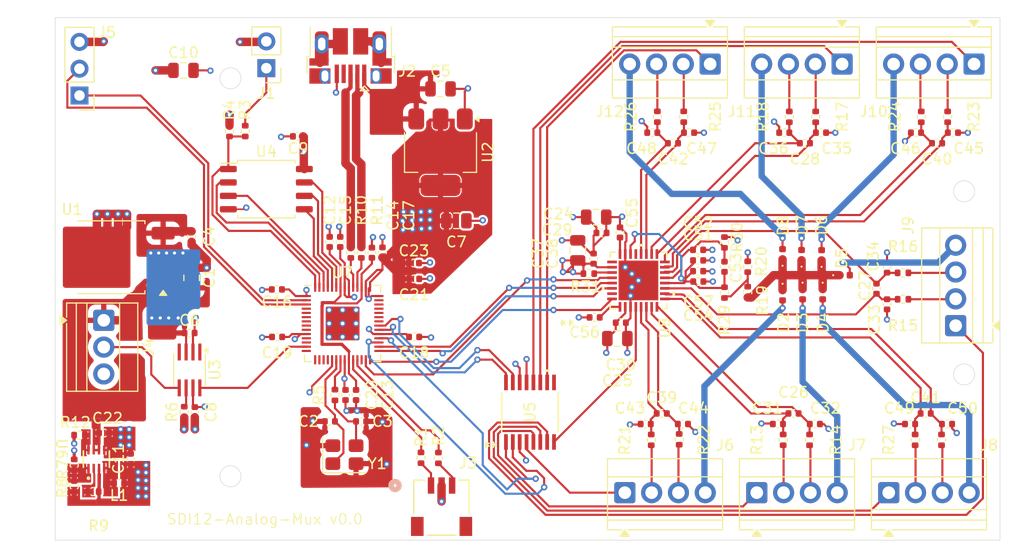
<source format=kicad_pcb>
(kicad_pcb (version 20241229) (generator "pcbnew") (generator_version "9.0")
  (layers (0 "F.Cu" signal) (4 "In1.Cu" mixed) (6 "In2.Cu" power) (2 "B.Cu" signal) (13 "F.Paste" user) (15 "B.Paste" user) (5 "F.SilkS" user "F.Silkscreen") (7 "B.SilkS" user "B.Silkscreen") (1 "F.Mask" user) (3 "B.Mask" user) (25 "Edge.Cuts" user))
  (net 0 "")
  (net 1 "+12V")
  (net 2 "/XIN")
  (net 3 "Net-(C3-Pad1)")
  (net 4 "+5V")
  (net 5 "VBUS")
  (net 6 "+3V3")
  (net 7 "+1V1")
  (net 8 "GND")
  (net 9 "/RTD_2_NEG")
  (net 10 "/RTD_2_POS")
  (net 11 "/RTD_4_POS")
  (net 12 "/RTD_4_NEG")
  (net 13 "/RTD_6_POS")
  (net 14 "/RTD_6_NEG")
  (net 15 "Net-(D2-A)")
  (net 16 "/RTD_1_POS")
  (net 17 "/RTD_1_NEG")
  (net 18 "/RTD_5_POS")
  (net 19 "/RTD_5_NEG")
  (net 20 "/RTD_3_POS")
  (net 21 "/RTD_3_NEG")
  (net 22 "/RTD_7_NEG")
  (net 23 "/RTD_7_POS")
  (net 24 "/POSITIVE_REF")
  (net 25 "/NEGATIVE_REF")
  (net 26 "Net-(U8-REGCAPA)")
  (net 27 "Net-(U8-REGCAPD)")
  (net 28 "/~{USB_BOOT}")
  (net 29 "/USB_D+")
  (net 30 "/USB_D-")
  (net 32 "Net-(J3-Pad3)")
  (net 33 "Net-(J3-Pad1)")
  (net 34 "/SDI12_DATA_5V")
  (net 35 "/UART0_TX")
  (net 36 "/UART0_RX")
  (net 37 "Net-(J6-Pin_3)")
  (net 38 "Net-(J6-Pin_2)")
  (net 39 "/EX_I_1")
  (net 40 "/EXCITATION_CURRENT_OUT")
  (net 41 "Net-(J7-Pin_3)")
  (net 42 "/EX_I_2")
  (net 43 "Net-(J7-Pin_2)")
  (net 44 "/EX_I_3")
  (net 45 "Net-(J8-Pin_2)")
  (net 46 "Net-(J8-Pin_3)")
  (net 47 "Net-(J9-Pin_3)")
  (net 48 "/EX_I_4")
  (net 49 "Net-(J9-Pin_2)")
  (net 50 "Net-(J10-Pin_2)")
  (net 51 "Net-(J10-Pin_3)")
  (net 52 "/EX_I_5")
  (net 53 "Net-(J11-Pin_3)")
  (net 54 "Net-(J11-Pin_2)")
  (net 55 "/EX_I_6")
  (net 56 "Net-(J12-Pin_2)")
  (net 57 "/EX_I_7")
  (net 58 "Net-(J12-Pin_3)")
  (net 59 "Net-(U6-SW)")
  (net 60 "/SWCLK")
  (net 61 "/SWD")
  (net 62 "/QSPI_SS")
  (net 63 "/XOUT")
  (net 64 "Net-(U3-OE)")
  (net 65 "Net-(U6-FB{slash}VSET)")
  (net 66 "Net-(U6-PG)")
  (net 67 "Net-(U7-USB_DP)")
  (net 68 "Net-(U7-USB_DM)")
  (net 69 "Net-(U6-MODE{slash}S-CONF)")
  (net 70 "Net-(R19-Pad2)")
  (net 71 "Net-(U8-*SYNC)")
  (net 72 "/SDI12_DATA_3V3")
  (net 75 "/QSPI_SD3")
  (net 76 "/QSPI_SCLK")
  (net 77 "/QSPI_SD0")
  (net 78 "/QSPI_SD2")
  (net 79 "/QSPI_SD1")
  (net 80 "/MUX_A2")
  (net 81 "/MUX_A1")
  (net 83 "/MUX_A0")
  (net 84 "/MUX_EN")
  (net 85 "/EXCITATION_CURRENT_SRC")
  (net 87 "/MISO")
  (net 89 "/RUN")
  (net 90 "/MOSI")
  (net 91 "/ADC_CS")
  (net 92 "/SCLK")
  (net 109 "Net-(D3-A)")
  (net 110 "Net-(D4-A)")
  (net 111 "Net-(D5-A)")
  (net 112 "Net-(D6-A)")
  (net 113 "Net-(D7-A)")
  (net 114 "Net-(D8-A)")
  (footprint "Capacitor_SMD:C_0402_1005Metric" (layer "F.Cu") (at 174.88 105)
    (property "Reference" "C49")
    (property "Value" ".01u")
  )
  (footprint "Capacitor_SMD:C_0402_1005Metric" (layer "F.Cu") (at 106.825 87.22 90)
    (property "Reference" "C4")
    (property "Value" "2.2u")
  )
  (footprint "Resistor_SMD:R_0402_1005Metric" (layer "F.Cu") (at 175.36 106.5 90)
    (property "Reference" "R27")
    (property "Value" "1k")
  )
  (footprint "TerminalBlock:TerminalBlock_Xinya_XY308-2.54-4P_1x04_P2.54mm_Horizontal" (layer "F.Cu") (at 172.86 111.5)
    (property "Reference" "J8")
    (property "Value" "Screw_Terminal_01x04")
  )
  (footprint "Resistor_SMD:R_0402_1005Metric" (layer "F.Cu") (at 95.7 108.86 -90)
    (property "Reference" "R7")
    (property "Value" "34k")
  )
  (footprint "Capacitor_SMD:C_0402_1005Metric" (layer "F.Cu") (at 98.53 105.85)
    (property "Reference" "C22")
    (property "Value" "10u")
  )
  (footprint "Capacitor_SMD:C_0402_1005Metric" (layer "F.Cu") (at 153.94 77.4 180)
    (property "Reference" "C47")
    (property "Value" ".01u")
  )
  (footprint "Capacitor_SMD:C_0402_1005Metric" (layer "F.Cu") (at 127.9 96.75)
    (property "Reference" "C18")
    (property "Value" "100n")
  )
  (footprint "Resistor_SMD:R_0402_1005Metric" (layer "F.Cu") (at 96.2 106.05)
    (property "Reference" "R12")
    (property "Value" "9.31k")
  )
  (footprint "Resistor_SMD:R_0402_1005Metric" (layer "F.Cu") (at 111.9 77.25 90)
    (property "Reference" "R3")
    (property "Value" "1k")
  )
  (footprint "Resistor_SMD:R_0402_1005Metric" (layer "F.Cu") (at 153.44 75.89 -90)
    (property "Reference" "R25")
    (property "Value" "1k")
  )
  (footprint "Capacitor_SMD:C_0402_1005Metric" (layer "F.Cu") (at 166.44 77.4 180)
    (property "Reference" "C35")
    (property "Value" ".01u")
  )
  (footprint "Connector_PinHeader_2.54mm:PinHeader_1x03_P2.54mm_Vertical" (layer "F.Cu") (at 96.2 73.88 180)
    (property "Reference" "J5")
    (property "Value" "Conn_01x03_Socket")
  )
  (footprint "Capacitor_SMD:C_0402_1005Metric" (layer "F.Cu") (at 154.8 90.5181)
    (property "Reference" "C57")
    (property "Value" ".1u")
  )
  (footprint "Capacitor_SMD:C_0402_1005Metric" (layer "F.Cu") (at 127.9 91.25)
    (property "Reference" "C21")
    (property "Value" "100n")
  )
  (footprint "Capacitor_SMD:C_0402_1005Metric" (layer "F.Cu") (at 122.88 104.75)
    (property "Reference" "C3")
    (property "Value" "15p")
  )
  (footprint "Diode_SMD:D_0402_1005Metric" (layer "F.Cu") (at 166.6 92.7 -90)
    (property "Reference" "D4")
    (property "Value" "D_Schottky")
  )
  (footprint "Capacitor_SMD:C_0805_2012Metric" (layer "F.Cu") (at 106.825 91.15 -90)
    (property "Reference" "C1")
    (property "Value" "1u")
  )
  (footprint "Resistor_SMD:R_0402_1005Metric" (layer "F.Cu") (at 153.01 106.45 -90)
    (property "Reference" "R22")
    (property "Value" "1k")
  )
  (footprint "Capacitor_SMD:C_0402_1005Metric" (layer "F.Cu") (at 101.05 108.3 90)
    (property "Reference" "C11")
    (property "Value" "22u")
  )
  (footprint "Capacitor_SMD:C_0402_1005Metric" (layer "F.Cu") (at 178.94 77.4 180)
    (property "Reference" "C45")
    (property "Value" ".01u")
  )
  (footprint "Capacitor_SMD:C_0402_1005Metric" (layer "F.Cu") (at 154.8 88.5)
    (property "Reference" "C52")
    (property "Value" ".01u")
  )
  (footprint "AD7124:CP_32_12_ADI-M" (layer "F.Cu") (at 149.15 91.3981 90)
    (property "Reference" "U8")
    (property "Value" "AD7124-8BCPZ")
  )
  (footprint "Capacitor_SMD:C_0805_2012Metric" (layer "F.Cu") (at 145.15 85.3981 180)
    (property "Reference" "C24")
    (property "Value" "1u")
  )
  (footprint "RP2040_minimal_r2:USB_Micro-B_Amphenol_10103594-0001LF_Horizontal_modified" (layer "F.Cu") (at 121.875 69 180)
    (property "Reference" "J2")
    (property "Value" "USB_B_Micro")
  )
  (footprint "Resistor_SMD:R_0402_1005Metric" (layer "F.Cu") (at 157.3 87.8 -90)
    (property "Reference" "R30")
    (property "Value" "1k")
  )
  (footprint "TerminalBlock:TerminalBlock_Xinya_XY308-2.54-4P_1x04_P2.54mm_Horizontal" (layer "F.Cu") (at 155.94 70.9 180)
    (property "Reference" "J12")
    (property "Value" "Screw_Terminal_01x04")
  )
  (footprint "Resistor_SMD:R_0402_1005Metric" (layer "F.Cu") (at 178.44 75.9 -90)
    (property "Reference" "R23")
    (property "Value" "1k")
  )
  (footprint "TerminalBlock:TerminalBlock_Xinya_XY308-2.54-4P_1x04_P2.54mm_Horizontal" (layer "F.Cu") (at 168.44 70.9 180)
    (property "Reference" "J11")
    (property "Value" "Screw_Terminal_01x04")
  )
  (footprint "Diode_SMD:D_0402_1005Metric" (layer "F.Cu") (at 166.5 89.015 90)
    (property "Reference" "D6")
    (property "Value" "D_Schottky")
  )
  (footprint "Capacitor_SMD:C_0402_1005Metric" (layer "F.Cu") (at 151.36 104)
    (property "Reference" "C39")
    (property "Value" ".1u")
  )
  (footprint "Resistor_SMD:R_0402_1005Metric" (layer "F.Cu") (at 150.94 75.89 90)
    (property "Reference" "R26")
    (property "Value" "1k")
  )
  (footprint "Package_SO_Downloaded:SOIC-8_5.23x5.23mm_P1.27mm" (layer "F.Cu") (at 113.9 82.75)
    (property "Reference" "U4")
    (property "Value" "W25Q128JVS")
  )
  (footprint "Capacitor_SMD:C_0805_2012Metric" (layer "F.Cu") (at 147.15 96.8981)
    (property "Reference" "C25")
    (property "Value" "1u")
  )
  (footprint "Crystal:Crystal_SMD_3225-4Pin_3.2x2.5mm" (layer "F.Cu") (at 121.3 107.9)
    (property "Reference" "Y1")
    (property "Value" "ABM8-272-T3")
  )
  (footprint "Capacitor_SMD:C_0402_1005Metric" (layer "F.Cu") (at 171.7 92.18 90)
    (property "Reference" "C27")
    (property "Value" ".1u")
  )
  (footprint "Capacitor_SMD:C_0402_1005Metric" (layer "F.Cu") (at 153.36 105)
    (property "Reference" "C44")
    (property "Value" ".01u")
  )
  (footprint "Capacitor_SMD:C_0402_1005Metric" (layer "F.Cu") (at 165.86 105)
    (property "Reference" "C32")
    (property "Value" ".01u")
  )
  (footprint "Resistor_SMD:R_0402_1005Metric" (layer "F.Cu") (at 174.21 90.68)
    (property "Reference" "R16")
    (property "Value" "1k")
  )
  (footprint "Resistor_SMD:R_0402_1005Metric" (layer "F.Cu") (at 95.7 110.91 -90)
    (property "Reference" "R8")
    (property "Value" "154k")
  )
  (footprint "Resistor_SMD:R_0402_1005Metric" (layer "F.Cu") (at 162.86 106.5 90)
    (property "Reference" "R13")
    (property "Value" "1k")
  )
  (footprint "Package_TO_SOT_SMD:SOT-223-3_TabPin2" (layer "F.Cu") (at 130.4 79.25 -90)
    (property "Reference" "U2")
    (property "Value" "NCP1117-3.3_SOT223")
  )
  (footprint "Capacitor_SMD:C_0402_1005Metric" (layer "F.Cu") (at 157.3 90.1 90)
    (property "Reference" "C53")
    (property "Value" ".1u")
  )
  (footprint "Capacitor_SMD:C_0402_1005Metric" (layer "F.Cu") (at 175.44 77.4 180)
    (property "Reference" "C46")
    (property "Value" ".01u")
  )
  (footprint "Capacitor_SMD:C_0402_1005Metric" (layer "F.Cu") (at 154.82 91.5)
    (property "Reference" "C54")
    (property "Value" "1u")
  )
  (footprint "Capacitor_SMD:C_0402_1005Metric" (layer "F.Cu") (at 164.92 78.4 180)
    (property "Reference" "C28")
    (property "Value" ".1u")
  )
  (footprint "TerminalBlock:TerminalBlock_Xinya_XY308-2.54-4P_1x04_P2.54mm_Horizontal" (layer "F.Cu") (at 179.2 95.68 90)
    (property "Reference" "J9")
    (property "Value" "Screw_Terminal_01x04")
  )
  (footprint "JST_SH3PIN_SOCKET:CONN_SM03B-SRSS-TB_JST" (layer "F.Cu") (at 130.5 112.924999)
    (property "Reference" "J3")
    (property "Value" "SM03B-SRSS-TB")
  )
  (footprint "Capacitor_SMD:C_0402_1005Metric" (layer "F.Cu") (at 106.625 96.375 180)
    (property "Reference" "C6")
    (property "Value" ".1u")
  )
  (footprint "Resistor_SMD:R_0402_1005Metric" (layer "F.Cu") (at 122.9 88.75 -90)
    (property "Reference" "R11")
    (property "Value" "27")
  )
  (footprint "Resistor_SMD:R_0402_1005Metric" (layer "F.Cu") (at 159.5 92.5 90)
    (property "Reference" "R19")
    (property "Value" "5.11k .1%")
  )
  (footprint "Capacitor_SMD:C_0402_1005Metric" (layer "F.Cu") (at 122.4 102.25 -90)
    (property "Reference" "C13")
    (property "Value" "100n")
  )
  (footprint "Capacitor_SMD:C_0402_1005Metric" (layer "F.Cu") (at 177.44 78.4 180)
    (property "Reference" "C40")
    (property "Value" ".1u")
  )
  (footprint "Resistor_SMD:R_0402_1005Metric" (layer "F.Cu") (at 174.21 93.18 180)
    (property "Reference" "R15")
    (property "Value" "1k")
  )
  (footprint "Capacitor_SMD:C_0402_1005Metric" (layer "F.Cu") (at 147.4 86.85 90)
    (property "Reference" "C55")
    (property "Value" ".1u")
  )
  (footprint "Capacitor_SMD:C_0402_1005Metric" (layer "F.Cu") (at 124.9 88.75 90)
    (property "Reference" "C17")
    (property "Value" "1u")
  )
  (footprint "Capacitor_SMD:C_0402_1005Metric" (layer "F.Cu") (at 144.9 89.33 90)
    (property "Reference" "C38")
    (property "Value" ".1u")
  )
  (footprint "Capacitor_SMD:C_0402_1005Metric" (layer "F.Cu") (at 120.9 87.75 90)
    (property "Reference" "C15")
    (property "Value" "100n")
  )
  (footprint "Resistor_SMD:R_0402_1005Metric" (layer "F.Cu") (at 110.41 77.25 -90)
    (property "Reference" "R4")
    (property "Value" "DNF")
  )
  (footprint "Capacitor_SMD:C_0402_1005Metric" (layer "F.Cu") (at 172.7 93.66 90)
    (property "Reference" "C33")
    (property "Value" ".01u")
  )
  (footprint "Capacitor_SMD:C_0402_1005Metric" (layer "F.Cu") (at 152.42 78.4 180)
    (property "Reference" "C42")
    (property "Value" ".1u")
  )
  (footprint "Capacitor_SMD:C_0402_1005Metric" (layer "F.Cu") (at 162.36 105)
    (property "Reference" "C31")
    (property "Value" ".01u")
  )
  (footprint "Capacitor_SMD:C_0402_1005Metric" (layer "F.Cu") (at 172.7 90.18 90)
    (property "Reference" "C34")
    (property "Value" ".01u")
  )
  (footprint "Capacitor_SMD:C_0402_1005Metric" (layer "F.Cu") (at 107.125 103.875 90)
    (property "Reference" "C8")
    (property "Value" ".1u")
  )
  (footprint "TerminalBlock:TerminalBlock_Xinya_XY308-2.54-4P_1x04_P2.54mm_Horizontal" (layer "F.Cu") (at 147.86 111.5)
    (property "Reference" "J6")
    (property "Value" "Screw_Terminal_01x04")
  )
  (footprint "Capacitor_SMD:C_0402_1005Metric" (layer "F.Cu") (at 127.88 89.75)
    (property "Reference" "C23")
    (property "Value" "100n")
  )
  (footprint "Resistor_SMD:R_0402_1005Metric" (layer "F.Cu") (at 150.36 106.5 90)
    (property "Reference" "R21")
    (property "Value" "1k")
  )
  (footprint "Resistor_SMD:R_0402_1005Metric" (layer "F.Cu") (at 120.4 102.25 -90)
    (property "Reference" "R5")
    (property "Value" "1k")
  )
  (footprint "TerminalBlock:TerminalBlock_Xinya_XY308-2.54-3P_1x03_P2.54mm_Horizontal" (layer "F.Cu") (at 98.5 95.175 -90)
    (property "Reference" "J4")
    (property "Value" "Screw_Terminal_01x03")
  )
  (footprint "Resistor_SMD:R_0402_1005Metric" (layer "F.Cu") (at 144.45 90.7519 180)
    (property "Reference" "R31")
    (property "Value" "10k")
  )
  (footprint "Resistor_SMD:R_0402_1005Metric" (layer "F.Cu") (at 165.94 75.9 -90)
    (property "Reference" "R17")
    (property "Value" "1k")
  )
  (footprint "Capacitor_SMD:C_0805_2012Metric" (layer "F.Cu") (at 106.05 71.5)
    (property "Reference" "C10")
    (property "Value" "10u")
  )
  (footprint "Capacitor_SMD:C_0402_1005Metric" (layer "F.Cu") (at 149.84 105)
    (property "Reference" "C43")
    (property "Value" ".01u")
  )
  (footprint "TPS629210:SOT_9210DRLR_TEX-M" (layer "F.Cu") (at 97.799811 108.3241 90)
    (property "Reference" "U6")
    (property "Value" "XPS629210DRLR")
  )
  (footprint "Package_SO:SSOP-8_2.95x2.8mm_P0.65mm" (layer "F.Cu") (at 106.625 99.875 -90)
    (property "Reference" "U3")
    (property "Value" "TXS0102DCT")
  )
  (footprint "Resistor_SMD:R_0402_1005Metric" (layer "F.Cu") (at 163.44 75.9 90)
    (property "Reference" "R18")
    (property "Value" "1k")
  )
  (footprint "Capacitor_SMD:C_0402_1005Metric" (layer "F.Cu") (at 147.48 95.4)
    (property "Reference" "C30")
    (property "Value" ".1u")
  )
  (footprint "Diode_SMD:D_0402_1005Metric" (layer "F.Cu") (at 164.7 92.7 -90)
    (property "Reference" "D3")
    (property "Value" "D_Schottky")
  )
  (footprint "Connector_PinHeader_2.54mm:PinHeader_1x02_P2.54mm_Vertical" (layer "F.Cu") (at 113.9 71.29 180)
    (property "Reference" "J1")
    (property "Value" "Conn_01x02")
  )
  (footprint "Capacitor_SMD:C_0402_1005Metric" (layer "F.Cu") (at 114.92 96.75 180)
    (property "Reference" "C19")
    (property "Value" "100n")
  )
  (footprint "Resistor_SMD:R_0402_1005Metric" (layer "F.Cu") (at 121.9 88.75 -90)
    (property "Reference" "R10")
    (property "Value" "27")
  )
  (footprint "Capacitor_SMD:C_0402_1005Metric" (layer "F.Cu") (at 150.46 77.4 180)
    (property "Reference" "C48")
    (property "Value" ".01u")
  )
  (footprint "Capacitor_SMD:C_0402_1005Metric" (layer "F.Cu") (at 114.9 92.25 180)
    (property "Reference" "C16")
    (property "Value" "100n")
  )
  (footprint "Diode_SMD:D_0402_1005Metric" (layer "F.Cu") (at 164.6 89 90)
    (property "Reference" "D7")
    (property "Value" "D_Schottky")
  )
  (footprint "Capacitor_SMD:C_0402_1005Metric" (layer "F.Cu") (at 99.95 110.6 180)
    (property "Reference" "L1")
    (property "Value" "2.2u")
  )
  (footprint "Diode_SMD:D_0402_1005Metric" (layer "F.Cu") (at 162.8 92.8 -90)
    (property "Reference" "D2")
    (property "Value" "D_Schottky")
  )
  (footprint "Capacitor_SMD:C_0402_1005Metric" (layer "F.Cu") (at 178.38 105)
    (property "Reference" "C50")
    (property "Value" ".01u")
  )
  (footprint "Capacitor_SMD:C_0805_2012Metric" (layer "F.Cu") (at 130.4 73.25)
    (property "Reference" "C5")
    (property "Value" "10u")
  )
  (footprint "TerminalBlock:TerminalBlock_Xinya_XY308-2.54-4P_1x04_P2.54mm_Horizontal" (layer "F.Cu") (at 180.94 70.9 180)
    (property "Reference" "J10")
    (property "Value" "Screw_Terminal_01x04")
  )
  (footprint "Capacitor_SMD:C_0805_2012Metric" (layer "F.Cu") (at 143.4 88.55 90)
    (property "Reference" "C37")
    (property "Value" "1u")
  )
  (footprint "Resistor_SMD:R_0402_1005Metric" (layer "F.Cu") (at 159.5 90.1 90)
    (property "Reference" "R20")
    (property "Value" "250")
  )
  (footprint "Capacitor_SMD:C_0402_1005Metric" (layer "F.Cu") (at 123.9 88.77 90)
    (property "Reference" "C14")
    (property "Value" "1u")
  )
  (footprint "Resistor_SMD:R_0402_1005Metric" (layer "F.Cu") (at 165.36 106.5 -90)
    (property "Reference" "R14")
    (property "Value" "1k")
  )
  (footprint "Resistor_SMD:R_0402_1005Metric" (layer "F.Cu") (at 175.94 75.9 90)
    (property "Reference" "R24")
    (property "Value" "1k")
  )
  (footprint "Resistor_SMD:R_0402_1005Metric" (layer "F.Cu") (at 130.2 108.21 90)
    (property "Reference" "R2")
    (property "Value" "100")
  )
  (footprint "Resistor_SMD:R_0402_1005Metric" (layer "F.Cu") (at 177.86 106.5 -90)
    (property "Reference" "R28" (hide yes))
    (property "Value" "1k")
  )
  (footprint "Resistor_SMD:R_0402_1005Metric" (layer "F.Cu") (at 106.125 103.865 90)
    (property "Reference" "R6")
    (property "Value" "100")
  )
  (footprint "TerminalBlock:TerminalBlock_Xinya_XY308-2.54-4P_1x04_P2.54mm_Horizontal" (layer "F.Cu") (at 160.36 111.5)
    (property "Reference" "J7")
    (property "Value" "Screw_Terminal_01x04")
  )
  (footprint "Capacitor_SMD:C_0402_1005Metric" (layer "F.Cu") (at 116.9 77.75 180)
    (property "Reference" "C9")
    (property "Value" "100n")
  )
  (footprint "Capacitor_SMD:C_0402_1005Metric" (layer "F.Cu") (at 145 94.9 180)
    (property "Reference" "C56")
    (property "Value" ".1u")
  )
  (footprint "Capacitor_SMD:C_0402_1005Metric" (layer "F.Cu") (at 163.84 104)
    (property "Reference" "C26")
    (property "Value" ".1u")
  )
  (footprint "Diode_SMD:D_0402_1005Metric" (layer "F.Cu") (at 168.685 90.9)
    (property "Reference" "D5")
    (property "Value" "D_Schottky")
  )
  (footprint "ADG708:RU_16_ADI" (layer "F.Cu") (at 138.874999 103.8806 90)
    (property "Reference" "U5")
    (property "Value" "ADG708BRUZ")
  )
  (footprint "Resistor_SMD:R_0402_1005Metric" (layer "F.Cu") (at 97.51 111.4 180)
    (property "Reference" "R9")
    (property "Value" "100k")
  )
  (footprint "Capacitor_SMD:C_0402_1005Metric" (layer "F.Cu") (at 119.92 104.75 180)
    (property "Reference" "C2")
    (property "Value" "15p")
  )
  (footprint "Package_TO_SOT_SMD:TO-252-2" (layer "F.Cu") (at 99.085 89.2 180)
    (property "Reference" "U1")
    (property "Value" "LP2950-5.0_TO252")
  )
  (footprint "RP2040_minimal_r2:RP2040-QFN-56" (layer "F.Cu") (at 121.125 95.475)
    (property "Reference" "U7")
    (property "Value" "RP2040")
  )
  (footprint "Capacitor_SMD:C_0402_1005Metric" (layer "F.Cu") (at 176.36 104)
    (property "Reference" "C41")
    (property "Value" ".1u")
  )
  (footprint "Capacitor_SMD:C_0402_1005Metric" (layer "F.Cu") (at 162.96 77.4 180)
    (property "Reference" "C36")
    (property "Value" ".01u")
  )
  (footprint "Capacitor_SMD:C_0402_1005Metric" (layer "F.Cu") (at 119.9 87.75 90)
    (property "Reference" "C12")
    (property "Value" "100n")
  )
  (footprint "Diode_SMD:D_0402_1005Metric" (layer "F.Cu") (at 162.8 88.915 90)
    (property "Reference" "D8")
    (property "Value" "D_Schottky")
  )
  (footprint "Resistor_SMD:R_0402_1005Metric" (layer "F.Cu") (at 157.3 92.55 90)
    (property "Reference" "R29")
    (property "Value" "1k")
  )
  (footprint "Capacitor_SMD:C_0805_2012Metric" (layer "F.Cu") (at 131.9 85.75)
    (property "Reference" "C7")
    (property "Value" "10u")
  )
  (footprint "Capacitor_SMD:C_0402_1005Metric" (layer "F.Cu") (at 145.65 86.8981 180)
    (property "Reference" "C29")
    (property "Value" ".1u")
  )
  (footprint "Capacitor_SMD:C_0402_1005Metric" (layer "F.Cu") (at 154.8 89.5)
    (property "Reference" "C51")
    (property "Value" ".01u")
  )
  (footprint "Capacitor_SMD:C_0402_1005Metric" (layer "F.Cu") (at 121.4 102.25 -90)
    (property "Reference" "C20")
    (property "Value" "100n")
  )
  (footprint "Resistor_SMD:R_0402_1005Metric" (layer "F.Cu") (at 128.55 108.2 -90)
    (property "Reference" "R1")
    (property "Value" "100")
  )
  (gr_circle (center 110.5 72.25) (end 111.1 73.05) (stroke (width 0.05)) (fill no) (layer "Edge.Cuts"))
  (gr_circle (center 110.5 109.95) (end 111.1 110.75) (stroke (width 0.05)) (fill no) (layer "Edge.Cuts"))
  (gr_circle (center 180 82.95) (end 180.6 83.75) (stroke (width 0.05)) (fill no) (layer "Edge.Cuts"))
  (gr_rect (start 93.9 66.5) (end 183.4 116) (stroke (width 0.05)) (fill no) (layer "Edge.Cuts"))
  (gr_circle (center 180 100.3) (end 180.6 101.1) (stroke (width 0.05)) (fill no) (layer "Edge.Cuts"))
  (gr_text "SDI12-Analog-Mux v0.0" (at 104.4 114.6 0) (layer "F.SilkS") (effects (font (size 1 1) (thickness 0.1)) (justify left bottom)))
  (segment (start 104.745 92.1) (end 104.125 91.48) (width 0.8) (layer "F.Cu") (net 1))
  (segment (start 100.43 95.175) (end 104.125 91.48) (width 0.8) (layer "F.Cu") (net 1))
  (segment (start 106.825 92.1) (end 104.745 92.1) (width 0.8) (layer "F.Cu") (net 1))
  (segment (start 98.1 105.9) (end 98.05 105.85) (width 0.3) (layer "F.Cu") (net 1))
  (segment (start 98.5 95.175) (end 100.43 95.175) (width 0.8) (layer "F.Cu") (net 1))
  (segment (start 120.4 104.15) (end 120.4 104.75) (width 0.2) (layer "F.Cu") (net 2))
  (segment (start 120.2 108.75) (end 121.201 107.749) (width 0.2) (layer "F.Cu") (net 2))
  (segment (start 120.525 99.775) (end 119.5 100.8) (width 0.2) (layer "F.Cu") (net 2))
  (segment (start 119.5 100.8) (end 119.5 103.25) (width 0.2) (layer "F.Cu") (net 2))
  (segment (start 119.5 103.25) (end 120.4 104.15) (width 0.2) (layer "F.Cu") (net 2))
  (segment (start 121.201 107.749) (end 121.201 105.551) (width 0.2) (layer "F.Cu") (net 2))
  (segment (start 121.201 105.551) (end 120.4 104.75) (width 0.2) (layer "F.Cu") (net 2))
  (segment (start 120.525 98.9125) (end 120.525 99.775) (width 0.2) (layer "F.Cu") (net 2))
  (segment (start 120.4 102.76) (end 120.4 103.499943) (width 0.2) (layer "F.Cu") (net 3))
  (segment (start 120.4 103.499943) (end 121.650057 104.75) (width 0.2) (layer "F.Cu") (net 3))
  (segment (start 121.650057 104.75) (end 122.4 104.75) (width 0.2) (layer "F.Cu") (net 3))
  (segment (start 122.4 104.75) (end 122.4 107.05) (width 0.2) (layer "F.Cu") (net 3))
  (segment (start 106.3 98.175) (end 106.3 96.53) (width 0.2) (layer "F.Cu") (net 4))
  (segment (start 104.125 86.92) (end 104.305 86.74) (width 0.8) (layer "F.Cu") (net 4))
  (segment (start 106.3 96.53) (end 106.145 96.375) (width 0.2) (layer "F.Cu") (net 4))
  (segment (start 104.305 86.74) (end 106.825 86.74) (width 0.8) (layer "F.Cu") (net 4))
  (via (at 105.55 94.95) (size 0.6) (drill 0.3) (layers "F.Cu" "B.Cu") (net 4))
  (via (at 104.45 88.8) (size 0.6) (drill 0.3) (layers "F.Cu" "B.Cu") (net 4))
  (via (at 106 88.8) (size 0.6) (drill 0.3) (layers "F.Cu" "B.Cu") (net 4))
  (via (at 104.65 94.95) (size 0.6) (drill 0.3) (layers "F.Cu" "B.Cu") (net 4))
  (via (at 102.95 88.8) (size 0.6) (drill 0.3) (layers "F.Cu" "B.Cu") (net 4))
  (via (at 103.7 88.8) (size 0.6) (drill 0.3) (layers "F.Cu" "B.Cu") (net 4))
  (via (at 103.05 94.95) (size 0.6) (drill 0.3) (layers "F.Cu" "B.Cu") (net 4))
  (via (at 103.85 94.95) (size 0.6) (drill 0.3) (layers "F.Cu" "B.Cu") (net 4))
  (via (at 105.2 88.8) (size 0.6) (drill 0.3) (layers "F.Cu" "B.Cu") (net 4))
  (segment (start 124.1 73.867214) (end 124.1 74) (width 0.4) (layer "F.Cu") (net 5))
  (segment (start 123.175 71.825) (end 123.175 72.942214) (width 0.4) (layer "F.Cu") (net 5))
  (segment (start 123.175 72.942214) (end 124.1 73.867214) (width 0.4) (layer "F.Cu") (net 5))
  (segment (start 115.4 96.75) (end 116.05 96.75) (width 0.2) (layer "F.Cu") (net 6))
  (segment (start 121.725 91.4) (end 121.325 91) (width 0.2) (layer "F.Cu") (net 6))
  (segment (start 117.7 92.3) (end 117.7 92.8625) (width 0.2) (layer "F.Cu") (net 6))
  (segment (start 116.675 92.875) (end 117.6875 92.875) (width 0.2) (layer "F.Cu") (net 6))
  (segment (start 116.677226 96.95) (end 117.153226 96.474) (width 0.2) (layer "F.Cu") (net 6))
  (segment (start 117.7 92.8625) (end 117.6875 92.875) (width 0.2) (layer "F.Cu") (net 6))
  (segment (start 125.301814 89.23) (end 126.75 87.781814) (width 0.8) (layer "F.Cu") (net 6))
  (segment (start 123.725 91.575) (end 124.9 90.4) (width 0.2) (layer "F.Cu") (net 6))
  (segment (start 123.625508 95.997529) (end 123.625508 96.073282) (width 0.2) (layer "F.Cu") (net 6))
  (segment (start 145.2381 90.1481) (end 144.9 89.81) (width 0.2) (layer "F.Cu") (net 6))
  (segment (start 108.005 103.395) (end 108.05 103.35) (width 0.2) (layer "F.Cu") (net 6))
  (segment (start 123.6 93.15) (end 123.6 92.1625) (width 0.2) (layer "F.Cu") (net 6))
  (segment (start 124.9 89.23) (end 126.3 90.63) (width 0.8) (layer "F.Cu") (net 6))
  (segment (start 147.9 93.9) (end 147.9 94.5) (width 0.2) (layer "F.Cu") (net 6))
  (segment (start 116.325 96.475) (end 117.6875 96.475) (width 0.2) (layer "F.Cu") (net 6))
  (segment (start 142 90.6) (end 142.95 90.6) (width 0.2) (layer "F.Cu") (net 6))
  (segment (start 138.55 98.85) (end 138.550001 98.850001) (width 0.2) (layer "F.Cu") (net 6))
  (segment (start 121.725 92.825) (end 121.725 92.0375) (width 0.2) (layer "F.Cu") (net 6))
  (segment (start 143.94 90.7519) (end 143.94 90.04) (width 0.2) (layer "F.Cu") (net 6))
  (segment (start 124.9 89.23) (end 125.301814 89.23) (width 0.8) (layer "F.Cu") (net 6))
  (segment (start 121.3 100.7) (end 121.3 101.67) (width 0.2) (layer "F.Cu") (net 6))
  (segment (start 117.45 80.795) (end 117.5 80.845) (width 0.8) (layer "F.Cu") (net 6))
  (segment (start 123.6 92.1625) (end 123.725 92.0375) (width 0.2) (layer "F.Cu") (net 6))
  (segment (start 143.94 90.04) (end 144.17 89.81) (width 0.2) (layer "F.Cu") (net 6))
  (segment (start 121.725 92.0375) (end 121.725 91.4) (width 0.2) (layer "F.Cu") (net 6))
  (segment (start 142 90.6) (end 142.3 90.6) (width 0.2) (layer "F.Cu") (net 6))
  (segment (start 142.95 89.95) (end 143.4 89.5) (width 0.2) (layer "F.Cu") (net 6))
  (segment (start 141.95 90.55) (end 142 90.6) (width 0.2) (layer "F.Cu") (net 6))
  (segment (start 106.95 103.22) (end 107.125 103.395) (width 0.2) (layer "F.Cu") (net 6))
  (segment (start 147 96.0981) (end 146.2 96.8981) (width 0.2) (layer "F.Cu") (net 6))
  (segment (start 121.872599 92.972599) (end 121.725 92.825) (width 0.2) (layer "F.Cu") (net 6))
  (segment (start 123.625508 96.073282) (end 124.027226 96.475) (width 0.2) (layer "F.Cu") (net 6))
  (segment (start 123.325 91.475) (end 124.4 90.4) (width 0.2) (layer "F.Cu") (net 6))
  (segment (start 123.725 92.0375) (end 123.725 91.575) (width 0.2) (layer "F.Cu") (net 6))
  (segment (start 124.027226 96.475) (end 124.5625 96.475) (width 0.2) (layer "F.Cu") (net 6))
  (segment (start 123.325 92.0375) (end 123.325 91.475) (width 0.2) (layer "F.Cu") (net 6))
  (segment (start 141.95 89.5) (end 143.4 89.5) (width 0.2) (layer "F.Cu") (net 6))
  (segment (start 147 95.4) (end 147 96.0981) (width 0.2) (layer "F.Cu") (net 6))
  (segment (start 138.550001 98.850001) (end 138.550001 101.0612) (width 0.2) (layer "F.Cu") (net 6))
  (segment (start 121.325 91) (end 121.325 92.0375) (width 0.2) (layer "F.Cu") (net 6))
  (segment (start 103.4 71.5) (end 105.1 71.5) (width 0.8) (layer "F.Cu") (net 6))
  (segment (start 122.228874 92.972599) (end 121.522599 92.972599) (width 0.2) (layer "F.Cu") (net 6))
  (segment (start 120.9 88.23) (end 120.9 89.3329) (width 0.2) (layer "F.Cu") (net 6))
  (segment (start 146.6481 90.1481) (end 145.2381 90.1481) (width 0.2) (layer "F.Cu") (net 6))
  (segment (start 123.325 92.875) (end 123.6 93.15) (width 0.2) (layer "F.Cu") (net 6))
  (segment (start 123.6 93.15) (end 123.875 92.875) (width 0.2) (layer "F.Cu") (net 6))
  (segment (start 126.3 90.63) (end 126.3 90.8) (width 0.8) (layer "F.Cu") (net 6))
  (segment (start 126.75 87.781814) (end 126.75 87.45) (width 0.8) (layer "F.Cu") (net 6))
  (segment (start 115.38 92.25) (end 116.05 92.25) (width 0.2) (layer "F.Cu") (net 6))
  (segment (start 124.5625 96.475) (end 127.145 96.475) (width 0.2) (layer "F.Cu") (net 6))
  (segment (start 124.4 90.4) (end 124.8 90.4) (width 0.2) (layer "F.Cu") (net 6))
  (segment (start 116.05 96.75) (end 116.325 96.475) (width 0.2) (layer "F.Cu") (net 6))
  (segment (start 143.1019 90.7519) (end 142.95 90.6) (width 0.2) (layer "F.Cu") (net 6))
  (segment (start 117.45 79.2) (end 117.45 80.795) (width 0.8) (layer "F.Cu") (net 6))
  (segment (start 110.41 76.74) (end 110.41 75.71) (width 0.8) (layer "F.Cu") (net 6))
  (segment (start 116.05 92.25) (end 116.675 92.875) (width 0.2) (layer "F.Cu") (net 6))
  (segment (start 143.94 90.7519) (end 143.1019 90.7519) (width 0.2) (layer "F.Cu") (net 6))
  (segment (start 120.9 89.3329) (end 121.325 89.7579) (width 0.2) (layer "F.Cu") (net 6))
  (segment (start 124.9 90.4) (end 124.9 90.3) (width 0.2) (layer "F.Cu") (net 6))
  (segment (start 107.125 103.395) (end 108.005 103.395) (width 0.2) (layer "F.Cu") (net 6))
  (segment (start 121.325 89.7579) (end 121.325 91) (width 0.2) (layer "F.Cu") (net 6))
  (segment (start 126.3 90.8) (end 126.3 91.9) (width 0.8) (layer "F.Cu") (net 6))
  (segment (start 110.41 75.71) (end 110.4 75.7) (width 0.8) (layer "F.Cu") (net 6))
  (segment (start 144.17 89.81) (end 144.9 89.81) (width 0.2) (layer "F.Cu") (net 6))
  (segment (start 121.325 100.675) (end 121.3 100.7) (width 0.2) (layer "F.Cu") (net 6))
  (segment (start 147.9 94.5) (end 147 95.4) (width 0.2) (layer "F.Cu") (net 6))
  (segment (start 143.94 90.04) (end 143.4 89.5) (width 0.2) (layer "F.Cu") (net 6))
  (segment (start 123.875 92.875) (end 124.5625 92.875) (width 0.2) (layer "F.Cu") (net 6))
  (segment (start 142.95 90.6) (end 142.95 89.95) (width 0.2) (layer "F.Cu") (net 6))
  (segment (start 124.9 90.3) (end 124.9 89.23) (width 0.2) (layer "F.Cu") (net 6))
  (segment (start 146.2 98.15) (end 146.1 98.25) (width 0.2) (layer "F.Cu") (net 6))
  (segment (start 117.45 77.82) (end 117.38 77.75) (width 0.8) (layer "F.Cu") (net 6))
  (segment (start 121.522599 92.972599) (end 121.325 92.775) (width 0.2) (layer "F.Cu") (net 6))
  (segment (start 106.95 101.575) (end 106.95 103.22) (width 0.2) (layer "F.Cu") (net 6))
  (segment (start 142.3 90.6) (end 143.4 89.5) (width 0.2) (layer "F.Cu") (net 6))
  (segment (start 121.3 101.67) (end 121.4 101.77) (width 0.2) (layer "F.Cu") (net 6))
  (segment (start 146.2 96.8981) (end 146.2 98.15) (width 0.2) (layer "F.Cu") (net 6))
  (segment (start 121.325 92.775) (end 121.325 92.0375) (width 0.2) (layer "F.Cu") (net 6))
  (segment (start 141.95 89.5) (end 141.95 90.55) (width 0.2) (layer "F.Cu") (net 6))
  (segment (start 121.325 98.9125) (end 121.325 100.675) (width 0.2) (layer "F.Cu") (net 6))
  (segment (start 123.325 92.0375) (end 123.325 92.875) (width 0.2) (layer "F.Cu") (net 6))
  (segment (start 116.6 96.95) (end 116.677226 96.95) (width 0.2) (layer "F.Cu") (net 6))
  (segment (start 117.45 79.2) (end 117.45 77.82) (width 0.8) (layer "F.Cu") (net 6))
  (segment (start 127.145 96.475) (end 127.42 96.75) (width 0.2) (layer "F.Cu") (net 6))
  (segment (start 124.8 90.4) (end 124.9 90.3) (width 0.2) (layer "F.Cu") (net 6))
  (segment (start 122.228874 92.972599) (end 121.872599 92.972599) (width 0.2) (layer "F.Cu") (net 6))
  (via (at 128.6 86.5) (size 0.6) (drill 0.3) (layers "F.Cu" "B.Cu") (net 6))
  (via (at 141.95 89.5) (size 0.6) (drill 0.3) (layers "F.Cu" "B.Cu") (net 6))
  (via (at 138.55 98.85) (size 0.6) (drill 0.3) (layers "F.Cu" "B.Cu") (net 6))
  (via (at 127.75 86.55) (size 0.6) (drill 0.3) (layers "F.Cu" "B.Cu") (net 6))
  (via (at 129.4 86.45) (size 0.6) (drill 0.3) (layers "F.Cu" "B.Cu") (net 6))
  (via (at 123.625508 95.997529) (size 0.6) (drill 0.3) (layers "F.Cu" "B.Cu") (net 6))
  (via (at 126.85 86.6) (size 0.6) (drill 0.3) (layers "F.Cu" "B.Cu") (net 6))
  (via (at 108.05 103.35) (size 0.6) (drill 0.3) (layers "F.Cu" "B.Cu") (net 6))
  (via (at 102.5 111.85) (size 0.6) (drill 0.3) (layers "F.Cu" "B.Cu") (net 6))
  (via (at 101.75 111.05) (size 0.6) (drill 0.3) (layers "F.Cu" "B.Cu") (net 6))
  (via (at 146.1 98.25) (size 0.6) (drill 0.3) (layers "F.Cu" "B.Cu") (net 6))
  (via (at 129.4 85.65) (size 0.6) (drill 0.3) (layers "F.Cu" "B.Cu") (net 6))
  (via (at 126.8 85.75) (size 0.6) (drill 0.3) (layers "F.Cu" "B.Cu") (net 6))
  (via (at 122.228874 92.972599) (size 0.6) (drill 0.3) (layers "F.Cu" "B.Cu") (net 6))
  (via (at 128.55 84.9) (size 0.6) (drill 0.3) (layers "F.Cu" "B.Cu") (net 6))
  (via (at 110.4 75.7) (size 0.6) (drill 0.3) (layers "F.Cu" "B.Cu") (net 6))
  (via (at 101.75 111.85) (size 0.6) (drill 0.3) (layers "F.Cu" "B.Cu") (net 6))
  (via (at 102.5 109.6) (size 0.6) (drill 0.3) (layers "F.Cu" "B.Cu") (net 6))
  (via (at 103.4 71.5) (size 0.6) (drill 0.3) (layers "F.Cu" "B.Cu") (net 6))
  (via (at 102.5 111.1) (size 0.6) (drill 0.3) (layers "F.Cu" "B.Cu") (net 6))
  (via (at 123.6 93.15) (size 0.6) (drill 0.3) (layers "F.Cu" "B.Cu") (net 6))
  (via (at 117.45 79.2) (size 0.6) (drill 0.3) (layers "F.Cu" "B.Cu") (net 6))
  (via (at 129.4 84.85) (size 0.6) (drill 0.3) (layers "F.Cu" "B.Cu") (net 6))
  (via (at 142 90.6) (size 0.6) (drill 0.3) (layers "F.Cu" "B.Cu") (net 6))
  (via (at 127.7 85.7) (size 0.6) (drill 0.3) (layers "F.Cu" "B.Cu") (net 6))
  (via (at 116.6 96.95) (size 0.6) (drill 0.3) (layers "F.Cu" "B.Cu") (net 6))
  (via (at 102.5 110.35) (size 0.6) (drill 0.3) (layers "F.Cu" "B.Cu") (net 6))
  (via (at 127.7 84.9) (size 0.6) (drill 0.3) (layers "F.Cu" "B.Cu") (net 6))
  (via (at 101.75 109.55) (size 0.6) (drill 0.3) (layers "F.Cu" "B.Cu") (net 6))
  (via (at 126.9 84.9) (size 0.6) (drill 0.3) (layers "F.Cu" "B.Cu") (net 6))
  (via (at 101.75 110.3) (size 0.6) (drill 0.3) (layers "F.Cu" "B.Cu") (net 6))
  (via (at 117.7 92.3) (size 0.6) (drill 0.3) (layers "F.Cu" "B.Cu") (net 6))
  (via (at 142.95 90.6) (size 0.6) (drill 0.3) (layers "F.Cu" "B.Cu") (net 6))
  (via (at 128.55 85.65) (size 0.6) (drill 0.3) (layers "F.Cu" "B.Cu") (net 6))
  (via (at 102.5 108.9) (size 0.6) (drill 0.3) (layers "F.Cu" "B.Cu") (net 6))
  (via (at 121.3 100.7) (size 0.6) (drill 0.3) (layers "F.Cu" "B.Cu") (net 6))
  (segment (start 121.725 100.225) (end 122.4 100.9) (width 0.2) (layer "F.Cu") (net 7))
  (segment (start 122.476 93.574) (end 120.374 93.574) (width 0.2) (layer "F.Cu") (net 7))
  (segment (start 121.05 97.45) (end 121.724 98.124) (width 0.3) (layer "F.Cu") (net 7))
  (segment (start 120.925 92.0375) (end 120.925 92.875) (width 0.2) (layer "F.Cu") (net 7))
  (segment (start 121.725 98.9125) (end 121.725 100.225) (width 0.2) (layer "F.Cu") (net 7))
  (segment (start 123.9 89.8171) (end 122.925 90.7921) (width 0.2) (layer "F.Cu") (net 7))
  (segment (start 122.925 92.0375) (end 122.925 93.125) (width 0.2) (layer "F.Cu") (net 7))
  (segment (start 120.925 89.925) (end 119.9 88.9) (width 0.2) (layer "F.Cu") (net 7))
  (segment (start 121.725 98.125) (end 121.724 98.124) (width 0.2) (layer "F.Cu") (net 7))
  (segment (start 120.374 93.574) (end 120.3 93.5) (width 0.2) (layer "F.Cu") (net 7))
  (segment (start 122.925 90.7921) (end 122.925 92.0375) (width 0.2) (layer "F.Cu") (net 7))
  (segment (start 120.3 93.5) (end 119.2 93.5) (width 0.3) (layer "F.Cu") (net 7))
  (segment (start 119.174 93.809974) (end 119.174 97.45) (width 0.3) (layer "F.Cu") (net 7))
  (segment (start 120.925 92.0375) (end 120.925 89.925) (width 0.2) (layer "F.Cu") (net 7))
  (segment (start 119.2 93.5) (end 119.2 93.783974) (width 0.3) (layer "F.Cu") (net 7))
  (segment (start 119.174 97.45) (end 121.05 97.45) (width 0.3) (layer "F.Cu") (net 7))
  (segment (start 122.4 100.9) (end 122.4 101.77) (width 0.2) (layer "F.Cu") (net 7))
  (segment (start 121.725 98.9125) (end 121.725 98.125) (width 0.2) (layer "F.Cu") (net 7))
  (segment (start 120.925 92.875) (end 120.3 93.5) (width 0.2) (layer "F.Cu") (net 7))
  (segment (start 119.9 88.9) (end 119.9 88.23) (width 0.2) (layer "F.Cu") (net 7))
  (segment (start 119.2 93.783974) (end 119.174 93.809974) (width 0.3) (layer "F.Cu") (net 7))
  (segment (start 123.9 89.25) (end 123.9 89.8171) (width 0.2) (layer "F.Cu") (net 7))
  (segment (start 122.925 93.125) (end 122.476 93.574) (width 0.2) (layer "F.Cu") (net 7))
  (segment (start 119.9 86.4) (end 119.8 86.3) (width 0.2) (layer "F.Cu") (net 8))
  (segment (start 138.5 108.25) (end 137.9 107.65) (width 0.2) (layer "F.Cu") (net 8))
  (segment (start 158.24 87.29) (end 157.3 87.29) (width 0.2) (layer "F.Cu") (net 8))
  (segment (start 98.85 88.175) (end 97.825 89.2) (width 0.8) (layer "F.Cu") (net 8))
  (segment (start 162.48 76.83) (end 162.48 77.4) (width 0.2) (layer "F.Cu") (net 8))
  (segment (start 147.96 96.7581) (end 148.1 96.8981) (width 0.2) (layer "F.Cu") (net 8))
  (segment (start 155.28 90.5181) (end 156.1181 90.5181) (width 0.2) (layer "F.Cu") (net 8))
  (segment (start 144.9 88.1281) (end 146.13 86.8981) (width 0.2) (layer "F.Cu") (net 8))
  (segment (start 161.83 104.95) (end 161.88 105) (width 0.2) (layer "F.Cu") (net 8))
  (segment (start 147.4 85.55) (end 147.6 85.35) (width 0.2) (layer "F.Cu") (net 8))
  (segment (start 147.9 87.76755) (end 148.011 87.65655) (width 0.2) (layer "F.Cu") (net 8))
  (segment (start 117.75 107.05) (end 117.7 107) (width 0.2) (layer "F.Cu") (net 8))
  (segment (start 130.5 112.333449) (end 130.5 110.824999) (width 0.8) (layer "F.Cu") (net 8))
  (segment (start 111.845 84.655) (end 112 84.5) (width 0.15) (layer "F.Cu") (net 8))
  (segment (start 120.575 73.525) (end 120.5 73.6) (width 0.2) (layer "F.Cu") (net 8))
  (segment (start 100.7 85.1) (end 100.7 86.325) (width 0.8) (layer "F.Cu") (net 8))
  (segment (start 106.95 96.53) (end 107.105 96.375) (width 0.2) (layer "F.Cu") (net 8))
  (segment (start 98.85 85.1) (end 99.85 85.1) (width 0.8) (layer "F.Cu") (net 8))
  (segment (start 107.105 96.375) (end 107.105 94.995) (width 0.2) (layer "F.Cu") (net 8))
  (segment (start 174.4 105) (end 173.4 105) (width 0.2) (layer "F.Cu") (net 8))
  (segment (start 116.42 77.75) (end 115.35 77.75) (width 0.2) (layer "F.Cu") (net 8))
  (segment (start 122.4 102.73) (end 122.4 103.65) (width 0.2) (layer "F.Cu") (net 8))
  (segment (start 158.55 87.6) (end 158.24 87.29) (width 0.2) (layer "F.Cu") (net 8))
  (segment (start 148.52595 90.77405) (end 149.15 91.3981) (width 0.2) (layer "F.Cu") (net 8))
  (segment (start 96.2 68.8) (end 98.45 68.8) (width 0.8) (layer "F.Cu") (net 8))
  (segment (start 124.775 70.7875) (end 124.8625 70.7) (width 0.8) (layer "F.Cu") (net 8))
  (segment (start 147.96 95.4) (end 147.96 96.7581) (width 0.2) (layer "F.Cu") (net 8))
  (segment (start 145.17 86.8981) (end 145.17 86.3681) (width 0.2) (layer "F.Cu") (net 8))
  (segment (start 114.44 96.75) (end 113.55 96.75) (width 0.2) (layer "F.Cu") (net 8))
  (segment (start 120.9 86.4) (end 120.8 86.3) (width 0.2) (layer "F.Cu") (net 8))
  (segment (start 98.55 107.15) (end 98.8 106.9) (width 0.25) (layer "F.Cu") (net 8))
  (segment (start 155.3 91.5) (end 156.2 91.5) (width 0.2) (layer "F.Cu") (net 8))
  (segment (start 107.105 94.995) (end 107.2 94.9) (width 0.2) (layer "F.Cu") (net 8))
  (segment (start 100.7 85.1) (end 99.85 85.1) (width 0.8) (layer "F.Cu") (net 8))
  (segment (start 98.45 68.8) (end 98.5 68.75) (width 0.8) (layer "F.Cu") (net 8))
  (segment (start 148.399999 92.148101) (end 148.52405 92.02405) (width 0.2) (layer "F.Cu") (net 8))
  (segment (start 146.1 85.3981) (end 147.5519 85.3981) (width 0.2) (layer "F.Cu") (net 8))
  (segment (start 155.28 88.5) (end 156.15 88.5) (width 0.2) (layer "F.Cu") (net 8))
  (segment (start 115.35 77.75) (end 115.3 77.8) (width 0.2) (layer "F.Cu") (net 8))
  (segment (start 132.7 73.5) (end 133 73.2) (width 0.2) (layer "F.Cu") (net 8))
  (segment (start 99.85 87.175) (end 97.825 89.2) (width 0.8) (layer "F.Cu") (net 8))
  (segment (start 123.9 87.4) (end 124 87.3) (width 0.2) (layer "F.Cu") (net 8))
  (segment (start 120.125 99.525) (end 118.25 101.4) (width 0.2) (layer "F.Cu") (net 8))
  (segment (start 121.4 102.73) (end 121.4 103.65) (width 0.2) (layer "F.Cu") (net 8))
  (segment (start 129.35 89.75) (end 129.4 89.7) (width 0.2) (layer "F.Cu") (net 8))
  (segment (start 97.85 89.175) (end 97.825 89.2) (width 0.8) (layer "F.Cu") (net 8))
  (segment (start 154.42 77.4) (end 155.35 77.4) (width 0.2) (layer "F.Cu") (net 8))
  (segment (start 146.1 85.3981) (end 146.1 86.8681) (width 0.2) (layer "F.Cu") (net 8))
  (segment (start 129.35 91.25) (end 129.4 91.2) (width 0.2) (layer "F.Cu") (net 8))
  (segment (start 147.9 88.8962) (end 147.9 90.1481) (width 0.2) (layer "F.Cu") (net 8))
  (segment (start 120.2 107.05) (end 117.75 107.05) (width 0.2) (layer "F.Cu") (net 8))
  (segment (start 129.45 96.75) (end 129.5 96.8) (width 0.2) (layer "F.Cu") (net 8))
  (segment (start 122.4 103.65) (end 122.5 103.75) (width 0.2) (layer "F.Cu") (net 8))
  (segment (start 173.4 105) (end 173.35 104.95) (width 0.2) (layer "F.Cu") (net 8))
  (segment (start 148.52405 92.02405) (end 149.15 91.3981) (width 0.2) (layer "F.Cu") (net 8))
  (segment (start 142.95 85.4) (end 144.1981 85.4) (width 0.2) (layer "F.Cu") (net 8))
  (segment (start 119.15 69) (end 120.6625 69) (width 0.8) (layer "F.Cu") (net 8))
  (segment (start 143.5 94.9) (end 144.52 94.9) (width 0.2) (layer "F.Cu") (net 8))
  (segment (start 132.7 76.1) (end 132.7 73.5) (width 0.2) (layer "F.Cu") (net 8))
  (segment (start 146.1 86.8681) (end 146.13 86.8981) (width 0.2) (layer "F.Cu") (net 8))
  (segment (start 100.7 86.325) (end 97.825 89.2) (width 0.8) (layer "F.Cu") (net 8))
  (segment (start 148.399999 93.9) (end 148.399999 92.85) (width 0.2) (layer "F.Cu") (net 8))
  (segment (start 106.825 88.033407) (end 106.825 87.741) (width 0.8) (layer "F.Cu") (net 8))
  (segment (start 111.4 68.8) (end 113.85 68.8) (width 0.8) (layer "F.Cu") (net 8))
  (segment (start 147.9 90.1481) (end 148.52595 90.77405) (width 0.2) (layer "F.Cu") (net 8))
  (segment (start 138.5 108.45) (end 138.5 108.25) (width 0.2) (layer "F.Cu") (net 8))
  (segment (start 113.85 68.8) (end 113.9 68.75) (width 0.8) (layer "F.Cu") (net 8))
  (segment (start 144.9 87.1681) (end 145.17 86.8981) (width 0.2) (layer "F.Cu") (net 8))
  (segment (start 113.55 92.25) (end 113.5 92.3) (width 0.2) (layer "F.Cu") (net 8))
  (segment (start 172.7 89.7) (end 172.7 88.75) (width 0.2) (layer "F.Cu") (net 8))
  (segment (start 149.45 76.3) (end 149.98 76.83) (width 0.2) (layer "F.Cu") (net 8))
  (segment (start 132.85 85.75) (end 134.35 85.75) (width 0.2) (layer "F.Cu") (net 8))
  (segment (start 106.125 105.475) (end 106.1 105.5) (width 0.8) (layer "F.Cu") (net 8))
  (segment (start 114.42 92.25) (end 113.55 92.25) (width 0.2) (layer "F.Cu") (net 8))
  (segment (start 95.69 106.84) (end 95.7 106.85) (width 0.3) (layer "F.Cu") (net 8))
  (segment (start 148.1 98.25) (end 148.1 96.8981) (width 0.2) (layer "F.Cu") (net 8))
  (segment (start 120.6625 69) (end 120.9125 68.75) (width 0.8) (layer "F.Cu") (net 8))
  (segment (start 155.28 89.5) (end 156.1 89.5) (width 0.2) (layer "F.Cu") (net 8))
  (segment (start 95.7 107.5) (end 95.7 108.35) (width 0.3) (layer "F.Cu") (net 8))
  (segment (start 120.9 87.27) (end 120.9 86.4) (width 0.2) (layer "F.Cu") (net 8))
  (segment (start 118.975 70.7875) (end 118.8875 70.7) (width 0.8) (layer "F.Cu") (net 8))
  (segment (start 148.011 87.65655) (end 148.011 86.981) (width 0.2) (layer "F.Cu") (net 8))
  (segment (start 110.3 84.655) (end 111.845 84.655) (width 0.15) (layer "F.Cu") (net 8))
  (segment (start 144.9 88.85) (end 144.9 87.1681) (width 0.2) (layer "F.Cu") (net 8))
  (segment (start 162 76.35) (end 162.48 76.83) (width 0.2) (layer "F.Cu") (net 8))
  (segment (start 123.36 104.75) (end 124.85 104.75) (width 0.2) (layer "F.Cu") (net 8))
  (segment (start 108.25 90.2) (end 108.25 89.458407) (width 0.8) (layer "F.Cu") (net 8))
  (segment (start 148.399999 92.85) (end 148.399999 92.148101) (width 0.2) (layer "F.Cu") (net 8))
  (segment (start 123.9 88.29) (end 123.9 87.4) (width 0.2) (layer "F.Cu") (net 8))
  (segment (start 122.4 108.75) (end 125.25 108.75) (width 0.2) (layer "F.Cu") (net 8))
  (segment (start 106.125 104.375) (end 106.125 105.475) (width 0.8) (layer "F.Cu") (net 8))
  (segment (start 137.5 99.3) (end 137.9 99.7) (width 0.2) (layer "F.Cu") (net 8))
  (segment (start 98.55 107.4732) (end 98.55 107.15) (width 0.25) (layer "F.Cu") (net 8))
  (segment (start 134.35 85.75) (end 134.4 85.7) (width 0.2) (layer "F.Cu") (net 8))
  (segment (start 141.9 87.6) (end 143.4 87.6) (width 0.2) (layer "F.Cu") (net 8))
  (segment (start 121.4 103.65) (end 121.5 103.75) (width 0.2) (layer "F.Cu") (net 8))
  (segment (start 119.655 71.825) (end 119.45 72.03) (width 0.2) (layer "F.Cu") (net 8))
  (segment (start 97.85 85.1) (end 98.85 85.1) (width 0.8) (layer "F.Cu") (net 8))
  (segment (start 144.1981 85.4) (end 144.2 85.3981) (width 0.2) (layer "F.Cu") (net 8))
  (segment (start 174.96 77.64) (end 174.96 77.4) (width 0.2) (layer "F.Cu") (net 8))
  (segment (start 118.25 101.4) (end 118.25 101.75) (width 0.2) (layer "F.Cu") (net 8))
  (segment (start 124.9 88.27) (end 124.9 87.3) (width 0.2) (layer "F.Cu") (net 8))
  (segment (start 156.1 89.5) (end 156.15 89.45) (width 0.2) (layer "F.Cu") (net 8))
  (segment (start 148.011 86.981) (end 147.4 86.37) (width 0.2) (layer "F.Cu") (net 8))
  (segment (start 107.125 104.355) (end 107.125 105.475) (width 0.8) (layer "F.Cu") (net 8))
  (segment (start 95.69 106.05) (end 95.69 106.84) (width 0.3) (layer "F.Cu") (net 8))
  (segment (start 118.35 104.75) (end 118.3 104.7) (width 0.2) (layer "F.Cu") (net 8))
  (segment (start 113.55 96.75) (end 113.5 96.8) (width 0.2) (layer "F.Cu") (net 8))
  (segment (start 147.4 86.37) (end 147.4 85.55) (width 0.2) (layer "F.Cu") (net 8))
  (segment (start 166.92 77.4) (end 167.8 77.4) (width 0.2) (layer "F.Cu") (net 8))
  (segment (start 128.36 89.75) (end 129.35 89.75) (width 0.2) (layer "F.Cu") (net 8))
  (segment (start 174.4 78.2) (end 174.96 77.64) (width 0.2) (layer "F.Cu") (net 8))
  (segment (start 120.575 71.825) (end 120.575 73.525) (width 0.2) (layer "F.Cu") (net 8))
  (segment (start 149.98 76.83) (end 149.98 77.4) (width 0.2) (layer "F.Cu") (net 8))
  (segment (start 106.95 98.175) (end 106.95 96.53) (width 0.2) (layer "F.Cu") (net 8))
  (segment (start 128.38 96.75) (end 129.45 96.75) (width 0.2) (layer "F.Cu") (net 8))
  (segment (start 119.44 104.75) (end 118.35 104.75) (width 0.2) (layer "F.Cu") (net 8))
  (segment (start 132.95 73.25) (end 133 73.2) (width 0.2) (layer "F.Cu") (net 8))
  (segment (start 119.9 87.27) (end 119.9 86.4) (width 0.2) (layer "F.Cu") (net 8))
  (segment (start 156.1181 90.5181) (end 156.15 90.55) (width 0.2) (layer "F.Cu") (net 8))
  (segment (start 144.9 88.85) (end 144.9 88.1281) (width 0.2) (layer "F.Cu") (net 8))
  (segment (start 118.25 101.75) (end 118 102) (width 0.2) (layer "F.Cu") (net 8))
  (segment (start 153.84 105) (end 153.84 105.04) (width 0.2) (layer "F.Cu") (net 8))
  (segment (start 122.8375 68.75) (end 123.925 68.75) (width 0.8) (layer "F.Cu") (net 8))
  (segment (start 178.86 105) (end 178.86 105.41) (width 0.2) (layer "F.Cu") (net 8))
  (segment (start 147.5519 85.3981) (end 147.6 85.35) (width 0.2) (layer "F.Cu") (net 8))
  (segment (start 172.7 94.14) (end 172.7 95.1) (width 0.2) (layer "F.Cu") (net 8))
  (segment (start 124.85 104.75) (end 124.9 104.8) (width 0.2) (layer "F.Cu") (net 8))
  (segment (start 148.399999 93.9) (end 148.399999 94.960001) (width 0.2) (layer "F.Cu") (net 8))
  (segment (start 123.925 68.75) (end 124.6 69.425) (width 0.8) (layer "F.Cu") (net 8))
  (segment (start 145.17 86.3681) (end 144.2 85.3981) (width 0.2) (layer "F.Cu") (net 8))
  (segment (start 137.9 99.7) (end 137.9 101.0612) (width 0.2) (layer "F.Cu") (net 8))
  (segment (start 106.825 90.2) (end 108.25 90.2) (width 0.8) (layer "F.Cu") (net 8))
  (segment (start 149.31 105.05) (end 149.36 105) (width 0.2) (layer "F.Cu") (net 8))
  (segment (start 178.86 105.41) (end 179.3 105.85) (width 0.2) (layer "F.Cu") (net 8))
  (segment (start 137.9 107.65) (end 137.9 106.7) (width 0.2) (layer "F.Cu") (net 8))
  (segment (start 97.85 85.1) (end 97.85 89.175) (width 0.8) (layer "F.Cu") (net 8))
  (segment (start 159.5 89.59) (end 159.5 88.75) (width 0.2) (layer "F.Cu") (net 8))
  (segment (start 144.65 88.85) (end 143.4 87.6) (width 0.2) (layer "F.Cu") (net 8))
  (segment (start 107 71.5) (end 108.575 71.5) (width 0.2) (layer "F.Cu") (net 8))
  (segment (start 131.35 73.25) (end 132.95 73.25) (width 0.2) (layer "F.Cu") (net 8))
  (segment (start 125.25 108.75) (end 125.3 108.8) (width 0.2) (layer "F.Cu") (net 8))
  (segment (start 99.85 85.1) (end 99.85 87.175) (width 0.8) (layer "F.Cu") (net 8))
  (segment (start 147.9 88.8962) (end 147.9 87.76755) (width 0.2) (layer "F.Cu") (net 8))
  (segment (start 120.125 98.9125) (end 120.125 99.525) (width 0.2) (layer "F.Cu") (net 8))
  (segment (start 144.9 88.85) (end 144.65 88.85) (width 0.2) (layer "F.Cu") (net 8))
  (segment (start 148.35 105.05) (end 149.31 105.05) (width 0.2) (layer "F.Cu") (net 8))
  (segment (start 128.38 91.25) (end 129.35 91.25) (width 0.2) (layer "F.Cu") (net 8))
  (segment (start 107.125 105.475) (end 107.15 105.5) (width 0.8) (layer "F.Cu") (net 8))
  (segment (start 98.85 85.1) (end 98.85 88.175) (width 0.8) (layer "F.Cu") (net 8))
  (segment (start 179.42 77.4) (end 180.35 77.4) (width 0.2) (layer "F.Cu") (net 8))
  (segment (start 167.15 105.45) (end 166.7 105) (width 0.2) (layer "F.Cu") (net 8))
  (segment (start 160.8 104.95) (end 161.83 104.95) (width 0.2) (layer "F.Cu") (net 8))
  (segment (start 148.399999 94.960001) (end 147.96 95.4) (width 0.2) (layer "F.Cu") (net 8))
  (segment (start 108.25 89.458407) (end 106.825 88.033407) (width 0.8) (layer "F.Cu") (net 8))
  (segment (start 153.84 105.04) (end 154.55 105.75) (width 0.2) (layer "F.Cu") (net 8))
  (segment (start 166.7 105) (end 166.34 105) (width 0.2) (layer "F.Cu") (net 8))
  (segment (start 108.575 71.5) (end 108.6 71.525) (width 0.2) (layer "F.Cu") (net 8))
  (via (at 120.8 86.3) (size 0.6) (drill 0.3) (layers "F.Cu" "B.Cu") (net 8))
  (via (at 179.3 105.85) (size 0.6) (drill 0.3) (layers "F.Cu" "B.Cu") (net 8))
  (via (at 106.1 105.5) (size 0.6) (drill 0.3) (layers "F.Cu" "B.Cu") (net 8))
  (via (at 142.95 85.4) (size 0.6) (drill 0.3) (layers "F.Cu" "B.Cu") (net 8))
  (via (at 113.5 92.3) (size 0.6) (drill 0.3) (layers "F.Cu" "B.Cu") (net 8))
  (via (at 173.35 104.95) (size 0.6) (drill 0.3) (layers "F.Cu" "B.Cu") (net 8))
  (via (at 143.5 94.9) (size 0.6) (drill 0.3) (layers "F.Cu" "B.Cu") (net 8))
  (via (at 121.5 103.75) (size 0.6) (drill 0.3) (layers "F.Cu" "B.Cu") (net 8))
  (via (at 115.3 77.8) (size 0.6) (drill 0.3) (layers "F.Cu" "B.Cu") (net 8))
  (via (at 148.52595 90.77405) (size 0.6) (drill 0.3) (layers "F.Cu" "B.Cu") (net 8))
  (via (at 100.1 105.5) (size 0.6) (drill 0.3) (layers "F.Cu" "B.Cu") (net 8))
  (via (at 129.5 96.8) (size 0.6) (drill 0.3) (layers "F.Cu" "B.Cu") (net 8))
  (via (at 172.7 95.1) (size 0.6) (drill 0.3) (layers "F.Cu" "B.Cu") (net 8))
  (via (at 100.1 107) (size 0.6) (drill 0.3) (layers "F.Cu" "B.Cu") (net 8))
  (via (at 149.45 76.3) (size 0.6) (drill 0.3) (layers "F.Cu" "B.Cu") (net 8))
  (via (at 148.1 98.25) (size 0.6) (drill 0.3) (layers "F.Cu" "B.Cu") (net 8))
  (via (at 118.3 104.7) (size 0.6) (drill 0.3) (layers "F.Cu" "B.Cu") (net 8))
  (via (at 129.4 89.7) (size 0.6) (drill 0.3) (layers "F.Cu" "B.Cu") (net 8))
  (via (at 100.9 107) (size 0.6) (drill 0.3) (layers "F.Cu" "B.Cu") (net 8))
  (via (at 124.9 104.8) (size 0.6) (drill 0.3) (layers "F.Cu" "B.Cu") (net 8))
  (via (at 156.15 88.5) (size 0.6) (drill 0.3) (layers "F.Cu" "B.Cu") (net 8))
  (via (at 162 76.35) (size 0.6) (drill 0.3) (layers "F.Cu" "B.Cu") (net 8))
  (via (at 112 84.5) (size 0.6) (drill 0.3) (layers "F.Cu" "B.Cu") (net 8))
  (via (at 99.85 85.1) (size 0.6) (drill 0.3) (layers "F.Cu" "B.Cu") (net 8))
  (via (at 137.5 99.3) (size 0.6) (drill 0.3) (layers "F.Cu" "B.Cu") (net 8))
  (via (at 174.4 78.2) (size 0.6) (drill 0.3) (layers "F.Cu" "B.Cu") (net 8))
  (via (at 100.9 105.5) (size 0.6) (drill 0.3) (layers "F.Cu" "B.Cu") (net 8))
  (via (at 156.15 90.55) (size 0.6) (drill 0.3) (layers "F.Cu" "B.Cu") (net 8))
  (via (at 111.4 68.8) (size 0.6) (drill 0.3) (layers "F.Cu" "B.Cu") (net 8))
  (via (at 147.6 85.35) (size 0.6) (drill 0.3) (layers "F.Cu" "B.Cu") (net 8))
  (via (at 154.55 105.75) (size 0.6) (drill 0.3) (layers "F.Cu" "B.Cu") (net 8))
  (via (at 130.5 112.333449) (size 0.6) (drill 0.3) (layers "F.Cu" "B.Cu") (net 8))
  (via (at 167.8 77.4) (size 0.6) (drill 0.3) (layers "F.Cu" "B.Cu") (net 8))
  (via (at 107.15 105.5) (size 0.6) (drill 0.3) (layers "F.Cu" "B.Cu") (net 8))
  (via (at 133 73.2) (size 0.6) (drill 0.3) (layers "F.Cu" "B.Cu") (net 8))
  (via (at 158.55 87.6) (size 0.6) (drill 0.3) (layers "F.Cu" "B.Cu") (net 8))
  (via (at 167.15 105.45) (size 0.6) (drill 0.3) (layers "F.Cu" "B.Cu") (net 8))
  (via (at 125.3 108.8) (size 0.6) (drill 0.3) (layers "F.Cu" "B.Cu") (net 8))
  (via (at 124.9 87.3) (size 0.6) (drill 0.3) (layers "F.Cu" "B.Cu") (net 8))
  (via (at 122.5 103.75) (size 0.6) (drill 0.3) (layers "F.Cu" "B.Cu") (net 8))
  (via (at 107.2 94.9) (size 0.6) (drill 0.3) (layers "F.Cu" "B.Cu") (net 8))
  (via (at 141.9 87.6) (size 0.6) (drill 0.3) (layers "F.Cu" "B.Cu") (net 8))
  (via (at 147.9 90.1481) (size 0.6) (drill 0.3) (layers "F.Cu" "B.Cu") (net 8))
  (via (at 98.5 68.75) (size 0.6) (drill 0.3) (layers "F.Cu" "B.Cu") (net 8))
  (via (at 159.5 88.75) (size 0.6) (drill 0.3) (layers "F.Cu" "B.Cu") (net 8))
  (via (at 148.399999 92.85) (size 0.6) (drill 0.3) (layers "F.Cu" "B.Cu") (net 8))
  (via (at 172.7 88.75) (size 0.6) (drill 0.3) (layers "F.Cu" "B.Cu") (net 8))
  (via (at 155.35 77.4) (size 0.6) (drill 0.3) (layers "F.Cu" "B.Cu") (net 8))
  (via (at 113.5 96.8) (size 0.6) (drill 0.3) (layers "F.Cu" "B.Cu") (net 8))
  (via (at 97.85 85.1) (size 0.6) (drill 0.3) (layers "F.Cu" "B.Cu") (net 8))
  (via (at 100.1 106.25) (size 0.6) (drill 0.3) (layers "F.Cu" "B.Cu") (net 8))
  (via (at 95.7 106.85) (size 0.6) (drill 0.3) (layers "F.Cu" "B.Cu") (net 8))
  (via (at 156.2 91.5) (size 0.6) (drill 0.3) (layers "F.Cu" "B.Cu") (net 8))
  (via (at 160.8 104.95) (size 0.6) (drill 0.3) (layers "F.Cu" "B.Cu") (net 8))
  (via (at 138.5 108.45) (size 0.6) (drill 0.3) (layers "F.Cu" "B.Cu") (net 8))
  (via (at 156.15 89.45) (size 0.6) (drill 0.3) (layers "F.Cu" "B.Cu") (net 8))
  (via (at 124 87.3) (size 0.6) (drill 0.3) (layers "F.Cu" "B.Cu") (net 8))
  (via (at 108.6 71.525) (size 0.6) (drill 0.3) (layers "F.Cu" "B.Cu") (net 8))
  (via (at 148.52405 92.02405) (size 0.6) (drill 0.3) (layers "F.Cu" "B.Cu") (net 8))
  (via (at 119.8 86.3) (size 0.6) (drill 0.3) (layers "F.Cu" "B.Cu") (net 8))
  (via (at 100.7 85.1) (size 0.6) (drill 0.3) (layers "F.Cu" "B.Cu") (net 8))
  (via (at 108.25 90.2) (size 0.6) (drill 0.3) (layers "F.Cu" "B.Cu") (net 8))
  (via (at 118 102) (size 0.6) (drill 0.3) (layers "F.Cu" "B.Cu") (net 8))
  (via (at 117.7 107) (size 0.6) (drill 0.3) (layers "F.Cu" "B.Cu") (net 8))
  (via (at 120.5 73.6) (size 0.6) (drill 0.3) (layers "F.Cu" "B.Cu") (net 8))
  (via (at 148.35 105.05) (size 0.6) (drill 0.3) (layers "F.Cu" "B.Cu") (net 8))
  (via (at 98.85 85.1) (size 0.6) (drill 0.3) (layers "F.Cu" "B.Cu") (net 8))
  (via (at 149.15 91.3981) (size 0.6) (drill 0.3) (layers "F.Cu" "B.Cu") (net 8))
  (via (at 100.9 106.25) (size 0.6) (drill 0.3) (layers "F.Cu" "B.Cu") (net 8))
  (via (at 129.4 91.2) (size 0.6) (drill 0.3) (layers "F.Cu" "B.Cu") (net 8))
  (via (at 95.7 107.5) (size 0.6) (drill 0.3) (layers "F.Cu" "B.Cu") (net 8))
  (via (at 180.35 77.4) (size 0.6) (drill 0.3) (layers "F.Cu" "B.Cu") (net 8))
  (via (at 134.4 85.7) (size 0.6) (drill 0.3) (layers "F.Cu" "B.Cu") (net 8))
  (segment (start 164.32 104) (end 163.709 103.389) (width 0.2) (layer "F.Cu") (net 9))
  (segment (start 165.36 105.99) (end 165.36 105.02) (width 0.2) (layer "F.Cu") (net 9))
  (segment (start 164.32 104) (end 164.38 104) (width 0.2) (layer "F.Cu") (net 9))
  (segment (start 163.709 103.389) (end 160.489 103.389) (width 0.2) (layer "F.Cu") (net 9))
  (segment (start 164.38 104) (end 165.38 105) (width 0.2) (layer "F.Cu") (net 9))
  (segment (start 151 93.9) (end 150.899999 93.9) (width 0.2) (layer "F.Cu") (net 9))
  (segment (start 165.36 105.02) (end 165.38 105) (width 0.2) (layer "F.Cu") (net 9))
  (segment (start 160.489 103.389) (end 151 93.9) (width 0.2) (layer "F.Cu") (net 9))
  (segment (start 162.84 104.52) (end 163.36 104) (width 0.2) (layer "F.Cu") (net 10))
  (segment (start 162.84 105) (end 162.84 104.52) (width 0.2) (layer "F.Cu") (net 10))
  (segment (start 162.86 105.99) (end 162.86 105.02) (width 0.2) (layer "F.Cu") (net 10))
  (segment (start 162.86 105.02) (end 162.84 105) (width 0.2) (layer "F.Cu") (net 10))
  (segment (start 163.36 104) (end 159.813799 104) (width 0.2) (layer "F.Cu") (net 10))
  (segment (start 150.4 94.586201) (end 150.4 93.9) (width 0.2) (layer "F.Cu") (net 10))
  (segment (start 159.813799 104) (end 150.4 94.586201) (width 0.2) (layer "F.Cu") (net 10))
  (segment (start 169.7428 94.6172) (end 171.7 92.66) (width 0.2) (layer "F.Cu") (net 11))
  (segment (start 172.7 93.18) (end 172.22 93.18) (width 0.2) (layer "F.Cu") (net 11))
  (segment (start 156.6172 94.6172) (end 169.7428 94.6172) (width 0.2) (layer "F.Cu") (net 11))
  (segment (start 173.7 93.18) (end 172.7 93.18) (width 0.2) (layer "F.Cu") (net 11))
  (segment (start 151.6519 92.148101) (end 154.148101 92.148101) (width 0.2) (layer "F.Cu") (net 11))
  (segment (start 154.148101 92.148101) (end 156.6172 94.6172) (width 0.2) (layer "F.Cu") (net 11))
  (segment (start 172.22 93.18) (end 171.7 92.66) (width 0.2) (layer "F.Cu") (net 11))
  (segment (start 173.7 90.68) (end 172.72 90.68) (width 0.2) (layer "F.Cu") (net 12))
  (segment (start 172.7 90.7) (end 171.7 91.7) (width 0.2) (layer "F.Cu") (net 12))
  (segment (start 152.8111 89.007548) (end 152.8111 90.1751) (width 0.2) (layer "F.Cu") (net 12))
  (segment (start 172.72 90.68) (end 172.7 90.66) (width 0.2) (layer "F.Cu") (net 12))
  (segment (start 155.099648 86.719) (end 152.8111 89.007548) (width 0.2) (layer "F.Cu") (net 12))
  (segment (start 152.4101 90.5761) (end 151.6519 90.5761) (width 0.2) (layer "F.Cu") (net 12))
  (segment (start 151.6519 90.5761) (end 151.6519 90.648099) (width 0.2) (layer "F.Cu") (net 12))
  (segment (start 152.8111 90.1751) (end 152.4101 90.5761) (width 0.2) (layer "F.Cu") (net 12))
  (segment (start 166.719 86.719) (end 155.099648 86.719) (width 0.2) (layer "F.Cu") (net 12))
  (segment (start 171.7 91.7) (end 166.719 86.719) (width 0.2) (layer "F.Cu") (net 12))
  (segment (start 172.7 90.66) (end 172.7 90.7) (width 0.2) (layer "F.Cu") (net 12))
  (segment (start 164.2 79.6) (end 160.196199 79.6) (width 0.2) (layer "F.Cu") (net 13))
  (segment (start 160.196199 79.6) (end 150.899999 88.8962) (width 0.2) (layer "F.Cu") (net 13))
  (segment (start 165.4 77.96) (end 165.96 77.4) (width 0.2) (layer "F.Cu") (net 13))
  (segment (start 165.96 77.4) (end 165.96 76.43) (width 0.2) (layer "F.Cu") (net 13))
  (segment (start 165.4 78.4) (end 165.4 77.96) (width 0.2) (layer "F.Cu") (net 13))
  (segment (start 165.4 78.4) (end 164.2 79.6) (width 0.2) (layer "F.Cu") (net 13))
  (segment (start 165.96 76.43) (end 165.94 76.41) (width 0.2) (layer "F.Cu") (net 13))
  (segment (start 150.4 88.209999) (end 150.4 88.8962) (width 0.2) (layer "F.Cu") (net 14))
  (segment (start 164.44 78.4) (end 160.209999 78.4) (width 0.2) (layer "F.Cu") (net 14))
  (segment (start 164.44 78.4) (end 163.44 77.4) (width 0.2) (layer "F.Cu") (net 14))
  (segment (start 163.44 77.4) (end 163.44 76.41) (width 0.2) (layer "F.Cu") (net 14))
  (segment (start 160.209999 78.4) (end 150.4 88.209999) (width 0.2) (layer "F.Cu") (net 14))
  (segment (start 162.8 94.0172) (end 162.8 93.285) (width 0.2) (layer "F.Cu") (net 15))
  (via (at 162.8 94.0172) (size 0.6) (drill 0.3) (layers "F.Cu" "B.Cu") (net 15))
  (segment (start 155.48 111.5) (end 155.4 111.42) (width 0.6) (layer "B.Cu") (net 15))
  (segment (start 155.4 101.4172) (end 162.8 94.0172) (width 0.6) (layer "B.Cu") (net 15))
  (segment (start 155.4 111.42) (end 155.4 101.4172) (width 0.6) (layer "B.Cu") (net 15))
  (segment (start 150.36 105.04) (end 150.32 105) (width 0.2) (layer "F.Cu") (net 16))
  (segment (start 150.88 103.78) (end 150.1 103) (width 0.2) (layer "F.Cu") (net 16))
  (segment (start 150.32 105) (end 150.32 104.56) (width 0.2) (layer "F.Cu") (net 16))
  (segment (start 150.1 103) (end 150.1 96.1) (width 0.2) (layer "F.Cu") (net 16))
  (segment (start 150.1 96.1) (end 149.4 95.4) (width 0.2) (layer "F.Cu") (net 16))
  (segment (start 149.4 95.4) (end 149.4 93.9) (width 0.2) (layer "F.Cu") (net 16))
  (segment (start 150.32 104.56) (end 150.88 104) (width 0.2) (layer "F.Cu") (net 16))
  (segment (start 150.36 105.99) (end 150.36 105.04) (width 0.2) (layer "F.Cu") (net 16))
  (segment (start 150.88 104) (end 150.88 103.78) (width 0.2) (layer "F.Cu") (net 16))
  (segment (start 149.9 95.2) (end 149.900001 93.9) (width 0.2) (layer "F.Cu") (net 17))
  (segment (start 151.88 104) (end 152.88 105) (width 0.2) (layer "F.Cu") (net 17))
  (segment (start 151.84 104) (end 151.88 104) (width 0.2) (layer "F.Cu") (net 17))
  (segment (start 153.01 105.94) (end 153.01 105.13) (width 0.2) (layer "F.Cu") (net 17))
  (segment (start 151.015363 103.175363) (end 151.015363 96.315363) (width 0.2) (layer "F.Cu") (net 17))
  (segment (start 151.015363 96.315363) (end 149.9 95.2) (width 0.2) (layer "F.Cu") (net 17))
  (segment (start 153.01 105.13) (end 152.88 105) (width 0.2) (layer "F.Cu") (net 17))
  (segment (start 151.84 104) (end 151.015363 103.175363) (width 0.2) (layer "F.Cu") (net 17))
  (segment (start 152.4101 88.841448) (end 155.451548 85.8) (width 0.2) (layer "F.Cu") (net 18))
  (segment (start 177.92 77.94) (end 178.46 77.4) (width 0.2) (layer "F.Cu") (net 18))
  (segment (start 152.4101 90.009) (end 152.4101 88.841448) (width 0.2) (layer "F.Cu") (net 18))
  (segment (start 152.342999 90.076101) (end 152.4101 90.009) (width 0.2) (layer "F.Cu") (net 18))
  (segment (start 178.44 77.38) (end 178.46 77.4) (width 0.2) (layer "F.Cu") (net 18))
  (segment (start 151.6519 90.1481) (end 151.6519 90.076101) (width 0.2) (layer "F.Cu") (net 18))
  (segment (start 170.52 85.8) (end 177.92 78.4) (width 0.2) (layer "F.Cu") (net 18))
  (segment (start 177.92 78.4) (end 177.92 77.94) (width 0.2) (layer "F.Cu") (net 18))
  (segment (start 151.6519 90.076101) (end 152.342999 90.076101) (width 0.2) (layer "F.Cu") (net 18))
  (segment (start 178.44 76.41) (end 178.44 77.38) (width 0.2) (layer "F.Cu") (net 18))
  (segment (start 155.451548 85.8) (end 170.52 85.8) (width 0.2) (layer "F.Cu") (net 18))
  (segment (start 176.96 78.4) (end 176.955914 78.4) (width 0.2) (layer "F.Cu") (net 19))
  (segment (start 175.96 77.4) (end 176.96 78.4) (width 0.2) (layer "F.Cu") (net 19))
  (segment (start 170.155914 85.2) (end 155.484448 85.2) (width 0.2) (layer "F.Cu") (net 19))
  (segment (start 151.6519 89.032548) (end 151.6519 89.648101) (width 0.2) (layer "F.Cu") (net 19))
  (segment (start 175.92 77.4) (end 175.96 77.4) (width 0.2) (layer "F.Cu") (net 19))
  (segment (start 176.955914 78.4) (end 170.155914 85.2) (width 0.2) (layer "F.Cu") (net 19))
  (segment (start 175.94 77.38) (end 175.92 77.4) (width 0.2) (layer "F.Cu") (net 19))
  (segment (start 155.484448 85.2) (end 151.6519 89.032548) (width 0.2) (layer "F.Cu") (net 19))
  (segment (start 175.94 76.41) (end 175.94 77.38) (width 0.2) (layer "F.Cu") (net 19))
  (segment (start 175.36 105.99) (end 175.36 105) (width 0.2) (layer "F.Cu") (net 20))
  (segment (start 171.1 96.8) (end 156.9 96.8) (width 0.2) (layer "F.Cu") (net 20))
  (segment (start 175.88 104) (end 175.88 101.58) (width 0.2) (layer "F.Cu") (net 20))
  (segment (start 175.88 101.58) (end 171.1 96.8) (width 0.2) (layer "F.Cu") (net 20))
  (segment (start 175.36 104.52) (end 175.88 104) (width 0.2) (layer "F.Cu") (net 20))
  (segment (start 175.36 105) (end 175.36 104.52) (width 0.2) (layer "F.Cu") (net 20))
  (segment (start 156.9 96.8) (end 153.248099 93.148099) (width 0.2) (layer "F.Cu") (net 20))
  (segment (start 153.248099 93.148099) (end 151.6519 93.148099) (width 0.2) (layer "F.Cu") (net 20))
  (segment (start 177.86 105.99) (end 177.86 105.04) (width 0.2) (layer "F.Cu") (net 21))
  (segment (start 176.84 101.64) (end 171.2 96) (width 0.2) (layer "F.Cu") (net 21))
  (segment (start 153.247099 92.747099) (end 153.220099 92.720099) (width 0.2) (layer "F.Cu") (net 21))
  (segment (start 171.2 96) (end 156.6671 96) (width 0.2) (layer "F.Cu") (net 21))
  (segment (start 151.723899 92.720099) (end 151.6519 92.6481) (width 0.2) (layer "F.Cu") (net 21))
  (segment (start 153.220099 92.720099) (end 151.723899 92.720099) (width 0.2) (layer "F.Cu") (net 21))
  (segment (start 177.84 105) (end 176.84 104) (width 0.2) (layer "F.Cu") (net 21))
  (segment (start 153.414199 92.747099) (end 153.247099 92.747099) (width 0.2) (layer "F.Cu") (net 21))
  (segment (start 177.9 105) (end 177.84 105) (width 0.2) (layer "F.Cu") (net 21))
  (segment (start 176.84 104) (end 176.84 101.64) (width 0.2) (layer "F.Cu") (net 21))
  (segment (start 177.86 105.04) (end 177.9 105) (width 0.2) (layer "F.Cu") (net 21))
  (segment (start 156.6671 96) (end 153.414199 92.747099) (width 0.2) (layer "F.Cu") (net 21))
  (segment (start 151.94 78.4) (end 149.4 80.94) (width 0.2) (layer "F.Cu") (net 22))
  (segment (start 149.4 80.94) (end 149.4 88.8962) (width 0.2) (layer "F.Cu") (net 22))
  (segment (start 150.94 77.4) (end 150.94 76.4) (width 0.2) (layer "F.Cu") (net 22))
  (segment (start 151.94 78.4) (end 150.94 77.4) (width 0.2) (layer "F.Cu") (net 22))
  (segment (start 152.9 77.96) (end 153.46 77.4) (width 0.2) (layer "F.Cu") (net 23))
  (segment (start 153.46 77.4) (end 153.46 76.42) (width 0.2) (layer "F.Cu") (net 23))
  (segment (start 149.900001 81.399999) (end 149.900001 88.8962) (width 0.2) (layer "F.Cu") (net 23))
  (segment (start 152.9 78.4) (end 152.9 77.96) (width 0.2) (layer "F.Cu") (net 23))
  (segment (start 153.46 76.42) (end 153.44 76.4) (width 0.2) (layer "F.Cu") (net 23))
  (segment (start 152.9 78.4) (end 149.900001 81.399999) (width 0.2) (layer "F.Cu") (net 23))
  (segment (start 153.4 91.6481) (end 153.5481 91.5) (width 0.2) (layer "F.Cu") (net 24))
  (segment (start 153.4719 91.6481) (end 153.4 91.6481) (width 0.2) (layer "F.Cu") (net 24))
  (segment (start 157.229 92.111) (end 157.3 92.04) (width 0.2) (layer "F.Cu") (net 24))
  (segment (start 157.3 91.89) (end 157.3 91.2) (width 0.2) (layer "F.Cu") (net 24))
  (segment (start 153.7381 91.1) (end 154.32 90.5181) (width 0.2) (layer "F.Cu") (net 24))
  (segment (start 153.4 91.6481) (end 151.6519 91.6481) (width 0.2) (layer "F.Cu") (net 24))
  (segment (start 153.62 91.5) (end 153.4719 91.6481) (width 0.2) (layer "F.Cu") (net 24))
  (segment (start 153.200915 91.200915) (end 153.5 91.5) (width 0.2) (layer "F.Cu") (net 24))
  (segment (start 153.62 91.1) (end 153.619999 90.5181) (width 0.2) (layer "F.Cu") (net 24))
  (segment (start 154.419999 89.4181) (end 154.419999 89.7181) (width 0.2) (layer "F.Cu") (net 24))
  (segment (start 148.399999 88.100001) (end 148.8 87.7) (width 0.2) (layer "F.Cu") (net 24))
  (segment (start 148.8 87.7) (end 148.8 87) (width 0.2) (layer "F.Cu") (net 24))
  (segment (start 157.3 91.2) (end 157.3 90.58) (width 0.2) (layer "F.Cu") (net 24))
  (segment (start 153.62 91.1) (end 153.7381 91.1) (width 0.2) (layer "F.Cu") (net 24))
  (segment (start 153.62 91.5) (end 153.62 91.1) (width 0.2) (layer "F.Cu") (net 24))
  (segment (start 154.419999 89.7181) (end 153.619999 90.5181) (width 0.2) (layer "F.Cu") (net 24))
  (segment (start 154.34 91.5) (end 154.951 92.111) (width 0.2) (layer "F.Cu") (net 24))
  (segment (start 153.5481 91.5) (end 154.34 91.5) (width 0.2) (layer "F.Cu") (net 24))
  (segment (start 153.5 91.5) (end 153.5481 91.5) (width 0.2) (layer "F.Cu") (net 24))
  (segment (start 148.399999 88.8962) (end 148.399999 88.100001) (width 0.2) (layer "F.Cu") (net 24))
  (segment (start 154.951 92.111) (end 157.229 92.111) (width 0.2) (layer "F.Cu") (net 24))
  (via (at 153.200915 91.200915) (size 0.6) (drill 0.3) (layers "F.Cu" "B.Cu") (net 24))
  (via (at 148.8 87) (size 0.6) (drill 0.3) (layers "F.Cu" "B.Cu") (net 24))
  (segment (start 148.8 87) (end 151.1 87) (width 0.2) (layer "B.Cu") (net 24))
  (segment (start 153.200915 89.100915) (end 153.200915 91.200915) (width 0.2) (layer "B.Cu") (net 24))
  (segment (start 151.1 87) (end 151.8 87.7) (width 0.2) (layer "B.Cu") (net 24))
  (segment (start 151.8 87.7) (end 153.200915 89.100915) (width 0.2) (layer "B.Cu") (net 24))
  (segment (start 153.2121 90.3412) (end 153.2121 89.2) (width 0.2) (layer "F.Cu") (net 25))
  (segment (start 156.6952 87.7052) (end 155.050998 87.7052) (width 0.2) (layer "F.Cu") (net 25))
  (segment (start 153.9121 88.5) (end 154.32 88.5) (width 0.2) (layer "F.Cu") (net 25))
  (segment (start 153.2121 89.2) (end 153.9121 88.5) (width 0.2) (layer "F.Cu") (net 25))
  (segment (start 157.3 88.31) (end 156.6952 87.7052) (width 0.2) (layer "F.Cu") (net 25))
  (segment (start 152.4052 91.1481) (end 153.2121 90.3412) (width 0.2) (layer "F.Cu") (net 25))
  (segment (start 155.050998 87.7052) (end 154.439998 88.3162) (width 0.2) (layer "F.Cu") (net 25))
  (segment (start 157.3 89.62) (end 157.3 88.31) (width 0.2) (layer "F.Cu") (net 25))
  (segment (start 151.6519 91.1481) (end 152.4052 91.1481) (width 0.2) (layer "F.Cu") (net 25))
  (segment (start 147.400001 88.8962) (end 147.4 87.33) (width 0.2) (layer "F.Cu") (net 26))
  (segment (start 147.400001 93.9) (end 146.48 93.9) (width 0.2) (layer "F.Cu") (net 27))
  (segment (start 146.48 93.9) (end 145.48 94.9) (width 0.2) (layer "F.Cu") (net 27))
  (segment (start 113.9 73.6) (end 113.9 71.29) (width 0.2) (layer "F.Cu") (net 28))
  (segment (start 111.9 75.6) (end 113.9 73.6) (width 0.2) (layer "F.Cu") (net 28))
  (segment (start 111.9 76.74) (end 111.9 75.6) (width 0.2) (layer "F.Cu") (net 28))
  (segment (start 121.875 71.825) (end 121.875 73.125) (width 0.4) (layer "F.Cu") (net 29))
  (segment (start 121.875 73.125) (end 121.4 73.6) (width 0.4) (layer "F.Cu") (net 29))
  (segment (start 121.9 80.8) (end 121.9 88.24) (width 0.8) (layer "F.Cu") (net 29))
  (segment (start 121.4 80.3) (end 121.9 80.8) (width 0.8) (layer "F.Cu") (net 29))
  (segment (start 121.4 73.6) (end 121.4 80.3) (width 0.8) (layer "F.Cu") (net 29))
  (segment (start 122.525 73.325) (end 122.525 71.825) (width 0.4) (layer "F.Cu") (net 30))
  (segment (start 122.525 73.325) (end 122.525 73.425) (width 0.4) (layer "F.Cu") (net 30))
  (segment (start 122.525 73.425) (end 122.7 73.6) (width 0.4) (layer "F.Cu") (net 30))
  (segment (start 122.901 80.385372) (end 122.901 88.24) (width 0.8) (layer "F.Cu") (net 30))
  (segment (start 122.401 73.899) (end 122.401 79.885372) (width 0.8) (layer "F.Cu") (net 30))
  (segment (start 122.7 73.6) (end 122.401 73.899) (width 0.8) (layer "F.Cu") (net 30))
  (segment (start 122.401 79.885372) (end 122.901 80.385372) (width 0.8) (layer "F.Cu") (net 30))
  (segment (start 131.500001 110.020001) (end 130.2 108.72) (width 0.2) (layer "F.Cu") (net 32))
  (segment (start 131.500001 110.824999) (end 131.500001 110.020001) (width 0.2) (layer "F.Cu") (net 32))
  (segment (start 129.499999 109.659999) (end 128.55 108.71) (width 0.2) (layer "F.Cu") (net 33))
  (segment (start 129.499999 110.824999) (end 129.499999 109.659999) (width 0.2) (layer "F.Cu") (net 33))
  (segment (start 102.115 97.715) (end 103 98.6) (width 0.2) (layer "F.Cu") (net 34))
  (segment (start 103 100.3) (end 104.275 101.575) (width 0.2) (layer "F.Cu") (net 34))
  (segment (start 103 98.6) (end 103 100.3) (width 0.2) (layer "F.Cu") (net 34))
  (segment (start 104.275 101.575) (end 105.65 101.575) (width 0.2) (layer "F.Cu") (net 34))
  (segment (start 98.5 97.715) (end 102.115 97.715) (width 0.2) (layer "F.Cu") (net 34))
  (segment (start 117.6875 93.275) (end 113.625057 93.275) (width 0.2) (layer "F.Cu") (net 35))
  (segment (start 108.397 80.297) (end 101.98 73.88) (width 0.2) (layer "F.Cu") (net 35))
  (segment (start 108.397 88.046944) (end 108.397 80.297) (width 0.2) (layer "F.Cu") (net 35))
  (segment (start 101.98 73.88) (end 96.2 73.88) (width 0.2) (layer "F.Cu") (net 35))
  (segment (start 113.625057 93.275) (end 108.397 88.046944) (width 0.2) (layer "F.Cu") (net 35))
  (segment (start 107.996 88.213043) (end 113.457957 93.675) (width 0.2) (layer "F.Cu") (net 36))
  (segment (start 113.457957 93.675) (end 117.6875 93.675) (width 0.2) (layer "F.Cu") (net 36))
  (segment (start 95.049 72.491) (end 95.049 75.031) (width 0.2) (layer "F.Cu") (net 36))
  (segment (start 107.996 80.4631) (end 107.996 88.213043) (width 0.2) (layer "F.Cu") (net 36))
  (segment (start 102.5639 75.031) (end 107.996 80.4631) (width 0.2) (layer "F.Cu") (net 36))
  (segment (start 96.2 71.34) (end 95.049 72.491) (width 0.2) (layer "F.Cu") (net 36))
  (segment (start 95.049 75.031) (end 102.5639 75.031) (width 0.2) (layer "F.Cu") (net 36))
  (segment (start 152.94 107.03) (end 153.01 106.96) (width 0.2) (layer "F.Cu") (net 37))
  (segment (start 152.94 111.5) (end 152.94 107.03) (width 0.2) (layer "F.Cu") (net 37))
  (segment (start 150.4 111.5) (end 150.4 107.05) (width 0.2) (layer "F.Cu") (net 38))
  (segment (start 150.4 107.05) (end 150.36 107.01) (width 0.2) (layer "F.Cu") (net 38))
  (segment (start 147.86 111.5) (end 142.65 111.5) (width 0.2) (layer "F.Cu") (net 39))
  (segment (start 138.549998 107.399998) (end 138.549998 106.7) (width 0.2) (layer "F.Cu") (net 39))
  (segment (start 142.65 111.5) (end 138.549998 107.399998) (width 0.2) (layer "F.Cu") (net 39))
  (segment (start 166.5 89.5) (end 166.5 90.6) (width 0.8) (layer "F.Cu") (net 40))
  (segment (start 164.7 91.1) (end 164.5 90.9) (width 0.8) (layer "F.Cu") (net 40))
  (segment (start 162.8 92.315) (end 162.8 91.1) (width 0.8) (layer "F.Cu") (net 40))
  (segment (start 164.6 89.485) (end 164.6 90.8) (width 0.8) (layer "F.Cu") (net 40))
  (segment (start 164.5 90.9) (end 166.8 90.9) (width 0.8) (layer "F.Cu") (net 40))
  (segment (start 159.844604 93.01) (end 161.954604 90.9) (width 0.8) (layer "F.Cu") (net 40))
  (segment (start 161.954604 90.9) (end 162.6 90.9) (width 0.8) (layer "F.Cu") (net 40))
  (segment (start 162.6 90.9) (end 164.5 90.9) (width 0.8) (layer "F.Cu") (net 40))
  (segment (start 162.8 91.1) (end 162.6 90.9) (width 0.8) (layer "F.Cu") (net 40))
  (segment (start 164.6 90.8) (end 164.5 90.9) (width 0.8) (layer "F.Cu") (net 40))
  (segment (start 166.6 91.1) (end 166.8 90.9) (width 0.8) (layer "F.Cu") (net 40))
  (segment (start 162.8 89.4) (end 162.8 90.7) (width 0.8) (layer "F.Cu") (net 40))
  (segment (start 159.5 93.01) (end 159.844604 93.01) (width 0.8) (layer "F.Cu") (net 40))
  (segment (start 166.5 90.6) (end 166.8 90.9) (width 0.8) (layer "F.Cu") (net 40))
  (segment (start 166.6 92.215) (end 166.6 91.1) (width 0.8) (layer "F.Cu") (net 40))
  (segment (start 164.7 92.215) (end 164.7 91.1) (width 0.8) (layer "F.Cu") (net 40))
  (segment (start 168.2 90.9) (end 166.8 90.9) (width 0.8) (layer "F.Cu") (net 40))
  (segment (start 162.8 90.7) (end 162.6 90.9) (width 0.8) (layer "F.Cu") (net 40))
  (segment (start 165.44 107.09) (end 165.36 107.01) (width 0.2) (layer "F.Cu") (net 41))
  (segment (start 165.44 111.5) (end 165.44 107.09) (width 0.2) (layer "F.Cu") (net 41))
  (segment (start 136.1212 105.6624) (end 138.962394 105.6624) (width 0.2) (layer "F.Cu") (net 42))
  (segment (start 159.059 112.801) (end 140.6852 112.801) (width 0.2) (layer "F.Cu") (net 42))
  (segment (start 139.199997 105.900003) (end 139.199997 106.7) (width 0.2) (layer "F.Cu") (net 42))
  (segment (start 135.851 107.9668) (end 135.851 105.9326) (width 0.2) (layer "F.Cu") (net 42))
  (segment (start 135.851 105.9326) (end 136.1212 105.6624) (width 0.2) (layer "F.Cu") (net 42))
  (segment (start 160.36 111.5) (end 159.059 112.801) (width 0.2) (layer "F.Cu") (net 42))
  (segment (start 140.6852 112.801) (end 135.851 107.9668) (width 0.2) (layer "F.Cu") (net 42))
  (segment (start 138.962394 105.6624) (end 139.199997 105.900003) (width 0.2) (layer "F.Cu") (net 42))
  (segment (start 162.9 111.5) (end 162.9 107.05) (width 0.2) (layer "F.Cu") (net 43))
  (segment (start 162.9 107.05) (end 162.86 107.01) (width 0.2) (layer "F.Cu") (net 43))
  (segment (start 139.849998 105.649998) (end 139.849998 106.7) (width 0.2) (layer "F.Cu") (net 44))
  (segment (start 171.158 113.202) (end 140.5191 113.202) (width 0.2) (layer "F.Cu") (net 44))
  (segment (start 172.86 111.5) (end 171.158 113.202) (width 0.2) (layer "F.Cu") (net 44))
  (segment (start 135.9551 105.2614) (end 139.4614 105.2614) (width 0.2) (layer "F.Cu") (net 44))
  (segment (start 135.45 108.1329) (end 135.45 105.7665) (width 0.2) (layer "F.Cu") (net 44))
  (segment (start 139.4614 105.2614) (end 139.849998 105.649998) (width 0.2) (layer "F.Cu") (net 44))
  (segment (start 135.45 105.7665) (end 135.9551 105.2614) (width 0.2) (layer "F.Cu") (net 44))
  (segment (start 140.5191 113.202) (end 135.45 108.1329) (width 0.2) (layer "F.Cu") (net 44))
  (segment (start 175.4 107.05) (end 175.36 107.01) (width 0.2) (layer "F.Cu") (net 45))
  (segment (start 175.4 111.5) (end 175.4 107.05) (width 0.2) (layer "F.Cu") (net 45))
  (segment (start 177.94 107.09) (end 177.86 107.01) (width 0.2) (layer "F.Cu") (net 46))
  (segment (start 177.94 111.5) (end 177.94 107.09) (width 0.2) (layer "F.Cu") (net 46))
  (segment (start 179.12 90.68) (end 179.2 90.6) (width 0.2) (layer "F.Cu") (net 47))
  (segment (start 174.72 90.68) (end 179.12 90.68) (width 0.2) (layer "F.Cu") (net 47))
  (segment (start 135.789 104.8604) (end 139.631598 104.8604) (width 0.2) (layer "F.Cu") (net 48))
  (segment (start 139.631598 104.8604) (end 140.499997 105.728799) (width 0.2) (layer "F.Cu") (net 48))
  (segment (start 180.216892 113.603) (end 140.353 113.603) (width 0.2) (layer "F.Cu") (net 48))
  (segment (start 181.781 112.038892) (end 180.216892 113.603) (width 0.2) (layer "F.Cu") (net 48))
  (segment (start 140.353 113.603) (end 135 108.25) (width 0.2) (layer "F.Cu") (net 48))
  (segment (start 179.2 95.68) (end 181.781 98.261) (width 0.2) (layer "F.Cu") (net 48))
  (segment (start 181.781 98.261) (end 181.781 112.038892) (width 0.2) (layer "F.Cu") (net 48))
  (segment (start 135 105.6494) (end 135.789 104.8604) (width 0.2) (layer "F.Cu") (net 48))
  (segment (start 140.499997 105.728799) (end 140.499997 106.7) (width 0.2) (layer "F.Cu") (net 48))
  (segment (start 135 108.25) (end 135 105.6494) (width 0.2) (layer "F.Cu") (net 48))
  (segment (start 174.72 93.18) (end 179.16 93.18) (width 0.2) (layer "F.Cu") (net 49))
  (segment (start 179.16 93.18) (end 179.2 93.14) (width 0.2) (layer "F.Cu") (net 49))
  (segment (start 178.44 70.94) (end 178.4 70.9) (width 0.2) (layer "F.Cu") (net 50))
  (segment (start 178.44 75.39) (end 178.44 70.94) (width 0.2) (layer "F.Cu") (net 50))
  (segment (start 175.86 75.31) (end 175.94 75.39) (width 0.2) (layer "F.Cu") (net 51))
  (segment (start 175.86 70.9) (end 175.86 75.31) (width 0.2) (layer "F.Cu") (net 51))
  (segment (start 180.94 70.9) (end 178.837 68.797) (width 0.2) (layer "F.Cu") (net 52))
  (segment (start 139.2 77.045908) (end 139.2 101.0612) (width 0.2) (layer "F.Cu") (net 52))
  (segment (start 147.448908 68.797) (end 139.2 77.045908) (width 0.2) (layer "F.Cu") (net 52))
  (segment (start 178.837 68.797) (end 147.448908 68.797) (width 0.2) (layer "F.Cu") (net 52))
  (segment (start 163.44 75.39) (end 163.44 70.98) (width 0.2) (layer "F.Cu") (net 53))
  (segment (start 163.44 70.98) (end 163.36 70.9) (width 0.2) (layer "F.Cu") (net 53))
  (segment (start 165.94 75.39) (end 165.94 70.94) (width 0.2) (layer "F.Cu") (net 54))
  (segment (start 165.94 70.94) (end 165.9 70.9) (width 0.2) (layer "F.Cu") (net 54))
  (segment (start 166.738 69.198) (end 147.615008 69.198) (width 0.2) (layer "F.Cu") (net 55))
  (segment (start 147.615008 69.198) (end 139.849998 76.96301) (width 0.2) (layer "F.Cu") (net 55))
  (segment (start 168.44 70.9) (end 166.738 69.198) (width 0.2) (layer "F.Cu") (net 55))
  (segment (start 139.849998 76.96301) (end 139.849998 101.0612) (width 0.2) (layer "F.Cu") (net 55))
  (segment (start 153.44 70.94) (end 153.4 70.9) (width 0.2) (layer "F.Cu") (net 56))
  (segment (start 153.44 75.38) (end 153.44 70.94) (width 0.2) (layer "F.Cu") (net 56))
  (segment (start 154.639 69.599) (end 147.781108 69.599) (width 0.2) (layer "F.Cu") (net 57))
  (segment (start 155.94 70.9) (end 154.639 69.599) (width 0.2) (layer "F.Cu") (net 57))
  (segment (start 147.781108 69.599) (end 140.5 76.880108) (width 0.2) (layer "F.Cu") (net 57))
  (segment (start 140.5 76.880108) (end 140.5 101.0612) (width 0.2) (layer "F.Cu") (net 57))
  (segment (start 150.94 70.98) (end 150.86 70.9) (width 0.2) (layer "F.Cu") (net 58))
  (segment (start 150.94 75.38) (end 150.94 70.98) (width 0.2) (layer "F.Cu") (net 58))
  (segment (start 98.55 109.175) (end 98.55 109.5) (width 0.25) (layer "F.Cu") (net 59))
  (segment (start 128.571051 106.283449) (end 128.571051 107.818949) (width 0.2) (layer "F.Cu") (net 60))
  (segment (start 128.571051 106.283449) (end 122.125 99.837398) (width 0.2) (layer "F.Cu") (net 60))
  (segment (start 122.125 99.837398) (end 122.125 98.9125) (width 0.2) (layer "F.Cu") (net 60))
  (segment (start 130.113801 106.286199) (end 130.221051 106.393449) (width 0.2) (layer "F.Cu") (net 61))
  (segment (start 130.113801 106.286199) (end 129.427602 105.6) (width 0.2) (layer "F.Cu") (net 61))
  (segment (start 128.65 105.6) (end 122.525 99.475) (width 0.2) (layer "F.Cu") (net 61))
  (segment (start 122.525 99.475) (end 122.525 98.9125) (width 0.2) (layer "F.Cu") (net 61))
  (segment (start 129.427602 105.6) (end 128.65 105.6) (width 0.2) (layer "F.Cu") (net 61))
  (segment (start 130.221051 106.393449) (end 130.221051 107.828949) (width 0.2) (layer "F.Cu") (net 61))
  (segment (start 118.521 90.9236) (end 118.521 92.0345) (width 0.2) (layer "F.Cu") (net 62))
  (segment (start 110.3 80.845) (end 109.500001 80.845) (width 0.2) (layer "F.Cu") (net 62))
  (segment (start 108.798 81.547001) (end 108.798 85.162068) (width 0.2) (layer "F.Cu") (net 62))
  (segment (start 114.2987 86.7013) (end 118.521 90.9236) (width 0.2) (layer "F.Cu") (net 62))
  (segment (start 110.337232 86.7013) (end 114.2987 86.7013) (width 0.2) (layer "F.Cu") (net 62))
  (segment (start 110.3 80.845) (end 110.3 77.87) (width 0.2) (layer "F.Cu") (net 62))
  (segment (start 110.3 77.87) (end 110.41 77.76) (width 0.2) (layer "F.Cu") (net 62))
  (segment (start 118.521 92.0345) (end 118.524 92.0375) (width 0.2) (layer "F.Cu") (net 62))
  (segment (start 109.500001 80.845) (end 108.798 81.547001) (width 0.2) (layer "F.Cu") (net 62))
  (segment (start 110.41 77.76) (end 111.9 77.76) (width 0.2) (layer "F.Cu") (net 62))
  (segment (start 108.798 85.162068) (end 110.337232 86.7013) (width 0.2) (layer "F.Cu") (net 62))
  (segment (start 120.925 98.9125) (end 120.925 99.975) (width 0.2) (layer "F.Cu") (net 63))
  (segment (start 120.4 100.5) (end 120.4 101.74) (width 0.2) (layer "F.Cu") (net 63))
  (segment (start 120.925 99.975) (end 120.4 100.5) (width 0.2) (layer "F.Cu") (net 63))
  (segment (start 106.3 101.575) (end 106.3 103.18) (width 0.2) (layer "F.Cu") (net 64))
  (segment (start 106.3 103.18) (end 106.125 103.355) (width 0.2) (layer "F.Cu") (net 64))
  (segment (start 122.125 90.825) (end 122.125 92.0375) (width 0.2) (layer "F.Cu") (net 67))
  (segment (start 121.9 90.6) (end 122.125 90.825) (width 0.2) (layer "F.Cu") (net 67))
  (segment (start 121.9 89.26) (end 121.9 90.6) (width 0.2) (layer "F.Cu") (net 67))
  (segment (start 122.525 92.0375) (end 122.525 90.625) (width 0.2) (layer "F.Cu") (net 68))
  (segment (start 122.9 90.25) (end 122.9 89.26) (width 0.2) (layer "F.Cu") (net 68))
  (segment (start 122.525 90.625) (end 122.9 90.25) (width 0.2) (layer "F.Cu") (net 68))
  (segment (start 97.049622 107.4732) (end 97.049622 107.149622) (width 0.25) (layer "F.Cu") (net 69))
  (segment (start 159.5 91.3) (end 157.89 92.91) (width 0.2) (layer "F.Cu") (net 70))
  (segment (start 159.5 91.3) (end 159.5 90.61) (width 0.2) (layer "F.Cu") (net 70))
  (segment (start 157.89 92.91) (end 157.3 92.91) (width 0.2) (layer "F.Cu") (net 70))
  (segment (start 159.5 91.99) (end 159.5 91.3) (width 0.2) (layer "F.Cu") (net 70))
  (segment (start 145.063801 90.648099) (end 144.96 90.7519) (width 0.2) (layer "F.Cu") (net 71))
  (segment (start 146.6481 90.648099) (end 145.063801 90.648099) (width 0.2) (layer "F.Cu") (net 71))
  (segment (start 116.025 97.675) (end 112.125 101.575) (width 0.2) (layer "F.Cu") (net 72))
  (segment (start 112.125 101.575) (end 107.6 101.575) (width 0.2) (layer "F.Cu") (net 72))
  (segment (start 117.6875 97.675) (end 116.025 97.675) (width 0.2) (layer "F.Cu") (net 72))
  (segment (start 118.299999 82.115) (end 119.199 83.014001) (width 0.2) (layer "F.Cu") (net 75))
  (segment (start 117.5 82.115) (end 118.299999 82.115) (width 0.2) (layer "F.Cu") (net 75))
  (segment (start 119.199 88.7661) (end 120.525 90.0921) (width 0.2) (layer "F.Cu") (net 75))
  (segment (start 120.525 90.0921) (end 120.525 92.0375) (width 0.2) (layer "F.Cu") (net 75))
  (segment (start 119.199 83.014001) (end 119.199 88.7661) (width 0.2) (layer "F.Cu") (net 75))
  (segment (start 120.125 90.2592) (end 120.125 92.0375) (width 0.2) (layer "F.Cu") (net 76))
  (segment (start 118.299999 83.385) (end 118.798 83.883001) (width 0.2) (layer "F.Cu") (net 76))
  (segment (start 118.798 88.9322) (end 120.125 90.2592) (width 0.2) (layer "F.Cu") (net 76))
  (segment (start 118.798 83.883001) (end 118.798 88.9322) (width 0.2) (layer "F.Cu") (net 76))
  (segment (start 117.5 83.385) (end 118.299999 83.385) (width 0.2) (layer "F.Cu") (net 76))
  (segment (start 118.397 89.0983) (end 119.724 90.4253) (width 0.2) (layer "F.Cu") (net 77))
  (segment (start 119.725 92.0375) (end 119.725 91.502226) (width 0.2) (layer "F.Cu") (net 77))
  (segment (start 119.725 91.502226) (end 119.724 91.501226) (width 0.2) (layer "F.Cu") (net 77))
  (segment (start 117.5 84.655) (end 118.397 85.552) (width 0.2) (layer "F.Cu") (net 77))
  (segment (start 118.397 85.552) (end 118.397 89.0983) (width 0.2) (layer "F.Cu") (net 77))
  (segment (start 119.724 90.4253) (end 119.724 91.501226) (width 0.2) (layer "F.Cu") (net 77))
  (segment (start 119.323 91.500226) (end 119.325 91.502226) (width 0.15) (layer "F.Cu") (net 78))
  (segment (start 119.323 90.5914) (end 119.323 91.500226) (width 0.2) (layer "F.Cu") (net 78))
  (segment (start 119.325 91.502226) (end 119.325 92.0375) (width 0.15) (layer "F.Cu") (net 78))
  (segment (start 112.1166 83.385) (end 119.323 90.5914) (width 0.2) (layer "F.Cu") (net 78))
  (segment (start 110.3 83.385) (end 112.1166 83.385) (width 0.2) (layer "F.Cu") (net 78))
  (segment (start 118.925 91.502226) (end 118.925 92.0375) (width 0.15) (layer "F.Cu") (net 79))
  (segment (start 118.922 90.7575) (end 118.922 91.499226) (width 0.15) (layer "F.Cu") (net 79))
  (segment (start 118.925 92.0375) (end 118.925 91.669326) (width 0.2) (layer "F.Cu") (net 79))
  (segment (start 110.3 82.115) (end 109.500001 82.115) (width 0.2) (layer "F.Cu") (net 79))
  (segment (start 109.500001 82.115) (end 109.199 82.416001) (width 0.2) (layer "F.Cu") (net 79))
  (segment (start 118.922 91.499226) (end 118.925 91.502226) (width 0.15) (layer "F.Cu") (net 79))
  (segment (start 109.199 82.416001) (end 109.199 84.995968) (width 0.2) (layer "F.Cu") (net 79))
  (segment (start 109.199 84.995968) (end 110.120782 85.91775) (width 0.2) (layer "F.Cu") (net 79))
  (segment (start 110.120782 85.91775) (end 114.08225 85.91775) (width 0.2) (layer "F.Cu") (net 79))
  (segment (start 114.08225 85.91775) (end 118.922 90.7575) (width 0.2) (layer "F.Cu") (net 79))
  (segment (start 137.250001 100.250001) (end 137.250001 101.0612) (width 0.2) (layer "F.Cu") (net 80))
  (segment (start 126.6 95.05) (end 125.8 95.05) (width 0.2) (layer "F.Cu") (net 80))
  (segment (start 135 98) (end 137.250001 100.250001) (width 0.2) (layer "F.Cu") (net 80))
  (segment (start 125.8 95.05) (end 125.175 95.675) (width 0.2) (layer "F.Cu") (net 80))
  (segment (start 125.175 95.675) (end 124.5625 95.675) (width 0.2) (layer "F.Cu") (net 80))
  (segment (start 133.9 98) (end 135 98) (width 0.2) (layer "F.Cu") (net 80))
  (via (at 126.6 95.05) (size 0.6) (drill 0.3) (layers "F.Cu" "B.Cu") (net 80))
  (via (at 133.9 98) (size 0.6) (drill 0.3) (layers "F.Cu" "B.Cu") (net 80))
  (segment (start 132.199 99.701) (end 133.9 98) (width 0.2) (layer "B.Cu") (net 80))
  (segment (start 126.5 95.15) (end 126.5 96.449943) (width 0.2) (layer "B.Cu") (net 80))
  (segment (start 126.5 96.449943) (end 129.751057 99.701) (width 0.2) (layer "B.Cu") (net 80))
  (segment (start 129.751057 99.701) (end 132.199 99.701) (width 0.2) (layer "B.Cu") (net 80))
  (segment (start 126.6 95.05) (end 126.5 95.15) (width 0.2) (layer "B.Cu") (net 80))
  (segment (start 133.9 98.9) (end 135.3 98.9) (width 0.2) (layer "F.Cu") (net 81))
  (segment (start 135.3 98.9) (end 136.6 100.2) (width 0.2) (layer "F.Cu") (net 81))
  (segment (start 136.6 100.2) (end 136.6 101.0612) (width 0.2) (layer "F.Cu") (net 81))
  (segment (start 125.9 95.826197) (end 125.651197 96.075) (width 0.2) (layer "F.Cu") (net 81))
  (segment (start 125.651197 96.075) (end 124.5625 96.075) (width 0.2) (layer "F.Cu") (net 81))
  (segment (start 125.9 95.798528) (end 125.9 95.826197) (width 0.2) (layer "F.Cu") (net 81))
  (via (at 133.9 98.9) (size 0.6) (drill 0.3) (layers "F.Cu" "B.Cu") (net 81))
  (via (at 125.9 95.798528) (size 0.6) (drill 0.3) (layers "F.Cu" "B.Cu") (net 81))
  (segment (start 132.698 100.102) (end 133.9 98.9) (width 0.2) (layer "B.Cu") (net 81))
  (segment (start 129.584957 100.102) (end 132.698 100.102) (width 0.2) (layer "B.Cu") (net 81))
  (segment (start 125.9 95.798528) (end 125.872761 95.825767) (width 0.2) (layer "B.Cu") (net 81))
  (segment (start 125.872761 96.389804) (end 129.584957 100.102) (width 0.2) (layer "B.Cu") (net 81))
  (segment (start 125.872761 95.825767) (end 125.872761 96.389804) (width 0.2) (layer "B.Cu") (net 81))
  (segment (start 125.392695 96.875) (end 124.5625 96.875) (width 0.2) (layer "F.Cu") (net 83))
  (segment (start 139.416065 110.183935) (end 138.635235 110.183935) (width 0.2) (layer "F.Cu") (net 83))
  (segment (start 138.635235 110.183935) (end 136.6 108.1487) (width 0.2) (layer "F.Cu") (net 83))
  (segment (start 125.592695 97.075) (end 125.392695 96.875) (width 0.2) (layer "F.Cu") (net 83))
  (segment (start 125.709429 97.075) (end 125.592695 97.075) (width 0.2) (layer "F.Cu") (net 83))
  (segment (start 136.6 108.1487) (end 136.6 106.7) (width 0.2) (layer "F.Cu") (net 83))
  (via (at 125.709429 97.075) (size 0.6) (drill 0.3) (layers "F.Cu" "B.Cu") (net 83))
  (via (at 139.416065 110.183935) (size 0.6) (drill 0.3) (layers "F.Cu" "B.Cu") (net 83))
  (segment (start 134.4 105.882305) (end 134.4 108.9) (width 0.2) (layer "B.Cu") (net 83))
  (segment (start 136.7 111.2) (end 137.716065 110.183935) (width 0.2) (layer "B.Cu") (net 83))
  (segment (start 125.709429 97.191734) (end 134.4 105.882305) (width 0.2) (layer "B.Cu") (net 83))
  (segment (start 125.709429 97.075) (end 125.709429 97.191734) (width 0.2) (layer "B.Cu") (net 83))
  (segment (start 137.716065 110.183935) (end 139.416065 110.183935) (width 0.2) (layer "B.Cu") (net 83))
  (segment (start 134.4 108.9) (end 136.7 111.2) (width 0.2) (layer "B.Cu") (net 83))
  (segment (start 140.216065 110.983935) (end 140.216065 110.133992) (width 0.2) (layer "F.Cu") (net 84))
  (segment (start 140.216065 110.133992) (end 139.516823 109.43475) (width 0.2) (layer "F.Cu") (net 84))
  (segment (start 139.516823 109.43475) (end 138.53475 109.43475) (width 0.2) (layer "F.Cu") (net 84))
  (segment (start 138.53475 109.43475) (end 137.249998 108.149998) (width 0.2) (layer "F.Cu") (net 84))
  (segment (start 124.5625 97.275) (end 123.675 97.275) (width 0.2) (layer "F.Cu") (net 84))
  (segment (start 123.675 97.275) (end 123.6 97.2) (width 0.2) (layer "F.Cu") (net 84))
  (segment (start 137.249998 108.149998) (end 137.249998 106.7) (width 0.2) (layer "F.Cu") (net 84))
  (via (at 140.216065 110.983935) (size 0.6) (drill 0.3) (layers "F.Cu" "B.Cu") (net 84))
  (via (at 123.6 97.2) (size 0.6) (drill 0.3) (layers "F.Cu" "B.Cu") (net 84))
  (segment (start 136.5339 111.601) (end 139.599 111.601) (width 0.2) (layer "B.Cu") (net 84))
  (segment (start 139.599 111.601) (end 140.216065 110.983935) (width 0.2) (layer "B.Cu") (net 84))
  (segment (start 123.6 98.6671) (end 136.5339 111.601) (width 0.2) (layer "B.Cu") (net 84))
  (segment (start 123.6 97.2) (end 123.6 98.6671) (width 0.2) (layer "B.Cu") (net 84))
  (segment (start 148.9 98.949998) (end 141.149998 106.7) (width 0.2) (layer "F.Cu") (net 85))
  (segment (start 148.9 93.9) (end 148.9 98.949998) (width 0.2) (layer "F.Cu") (net 85))
  (segment (start 141.1729 91.3729) (end 141.1 91.3) (width 0.2) (layer "F.Cu") (net 87))
  (segment (start 138.6 91.4) (end 129.7 100.3) (width 0.2) (layer "F.Cu") (net 87))
  (segment (start 124.1 100.3) (end 123.325 99.525) (width 0.2) (layer "F.Cu") (net 87))
  (segment (start 146.6481 91.1481) (end 145.50414 91.1481) (width 0.2) (layer "F.Cu") (net 87))
  (segment (start 145.50414 91.1481) (end 145.27934 91.3729) (width 0.2) (layer "F.Cu") (net 87))
  (segment (start 123.325 99.525) (end 123.325 98.9125) (width 0.2) (layer "F.Cu") (net 87))
  (segment (start 129.7 100.3) (end 124.1 100.3) (width 0.2) (layer "F.Cu") (net 87))
  (segment (start 145.27934 91.3729) (end 141.1729 91.3729) (width 0.2) (layer "F.Cu") (net 87))
  (via (at 138.6 91.4) (size 0.6) (drill 0.3) (layers "F.Cu" "B.Cu") (net 87))
  (via (at 141.1 91.3) (size 0.6) (drill 0.3) (layers "F.Cu" "B.Cu") (net 87))
  (segment (start 141.1 91.3) (end 138.7 91.3) (width 0.2) (layer "B.Cu") (net 87))
  (segment (start 138.7 91.3) (end 138.6 91.4) (width 0.2) (layer "B.Cu") (net 87))
  (segment (start 136.9 92.1) (end 131.325 97.675) (width 0.2) (layer "F.Cu") (net 90))
  (segment (start 146.6481 91.6481) (end 145.57124 91.6481) (width 0.2) (layer "F.Cu") (net 90))
  (segment (start 131.325 97.675) (end 124.5625 97.675) (width 0.2) (layer "F.Cu") (net 90))
  (segment (start 145.57124 91.6481) (end 145.119337 92.100003) (width 0.2) (layer "F.Cu") (net 90))
  (segment (start 145.119337 92.100003) (end 141.1 92.100003) (width 0.2) (layer "F.Cu") (net 90))
  (via (at 136.9 92.1) (size 0.6) (drill 0.3) (layers "F.Cu" "B.Cu") (net 90))
  (via (at 141.1 92.100003) (size 0.6) (drill 0.3) (layers "F.Cu" "B.Cu") (net 90))
  (segment (start 141.1 92.100003) (end 141.099997 92.1) (width 0.2) (layer "B.Cu") (net 90))
  (segment (start 141.099997 92.1) (end 136.9 92.1) (width 0.2) (layer "B.Cu") (net 90))
  (segment (start 146.6481 93.148099) (end 145.596199 94.2) (width 0.2) (layer "F.Cu") (net 91))
  (segment (start 130 99.1) (end 123.9125 99.1) (width 0.2) (layer "F.Cu") (net 91))
  (segment (start 123.9125 99.1) (end 123.725 98.9125) (width 0.2) (layer "F.Cu") (net 91))
  (segment (start 145.596199 94.2) (end 141.1 94.2) (width 0.2) (layer "F.Cu") (net 91))
  (via (at 141.1 94.2) (size 0.6) (drill 0.3) (layers "F.Cu" "B.Cu") (net 91))
  (via (at 130 99.1) (size 0.6) (drill 0.3) (layers "F.Cu" "B.Cu") (net 91))
  (segment (start 136.3 94.2) (end 131.4 99.1) (width 0.2) (layer "B.Cu") (net 91))
  (segment (start 131.4 99.1) (end 130 99.1) (width 0.2) (layer "B.Cu") (net 91))
  (segment (start 141.1 94.2) (end 136.3 94.2) (width 0.2) (layer "B.Cu") (net 91))
  (segment (start 130.375 98.075) (end 124.5625 98.075) (width 0.2) (layer "F.Cu") (net 92))
  (segment (start 144.886434 92.900006) (end 141.1 92.900006) (width 0.2) (layer "F.Cu") (net 92))
  (segment (start 145.638339 92.148101) (end 144.886434 92.900006) (width 0.2) (layer "F.Cu") (net 92))
  (segment (start 130.6 98.3) (end 130.375 98.075) (width 0.2) (layer "F.Cu") (net 92))
  (segment (start 146.6481 92.148101) (end 145.638339 92.148101) (width 0.2) (layer "F.Cu") (net 92))
  (via (at 141.1 92.900006) (size 0.6) (drill 0.3) (layers "F.Cu" "B.Cu") (net 92))
  (via (at 130.6 98.3) (size 0.6) (drill 0.3) (layers "F.Cu" "B.Cu") (net 92))
  (segment (start 136.599994 92.900006) (end 131.4 98.1) (width 0.2) (layer "B.Cu") (net 92))
  (segment (start 141.1 92.900006) (end 136.599994 92.900006) (width 0.2) (layer "B.Cu") (net 92))
  (segment (start 130.8 98.1) (end 130.6 98.3) (width 0.2) (layer "B.Cu") (net 92))
  (segment (start 131.4 98.1) (end 130.8 98.1) (width 0.2) (layer "B.Cu") (net 92))
  (segment (start 164.7 94.0172) (end 164.7 93.185) (width 0.2) (layer "F.Cu") (net 109))
  (via (at 164.7 94.0172) (size 0.6) (drill 0.3) (layers "F.Cu" "B.Cu") (net 109))
  (segment (start 167.98 111.5) (end 167.98 104.28) (width 0.6) (layer "B.Cu") (net 109))
  (segment (start 167.98 104.28) (end 167.5 103.8) (width 0.6) (layer "B.Cu") (net 109))
  (segment (start 167.5 103.8) (end 164.7 101) (width 0.6) (layer "B.Cu") (net 109))
  (segment (start 164.7 101) (end 164.7 94.0172) (width 0.6) (layer "B.Cu") (net 109))
  (segment (start 166.6 94.0172) (end 166.6 93.185) (width 0.2) (layer "F.Cu") (net 110))
  (via (at 166.6 94.0172) (size 0.6) (drill 0.3) (layers "F.Cu" "B.Cu") (net 110))
  (segment (start 166.6 95.4) (end 166.6 94.0172) (width 0.6) (layer "B.Cu") (net 110))
  (segment (start 180.48 104.08) (end 179.6 103.2) (width 0.6) (layer "B.Cu") (net 110))
  (segment (start 180.48 111.5) (end 180.48 104.08) (width 0.6) (layer "B.Cu") (net 110))
  (segment (start 179.6 103.2) (end 174.4 103.2) (width 0.6) (layer "B.Cu") (net 110))
  (segment (start 174.4 103.2) (end 166.6 95.4) (width 0.6) (layer "B.Cu") (net 110))
  (segment (start 169.17 90.27) (end 169.17 90.9) (width 0.2) (layer "F.Cu") (net 111))
  (segment (start 168.6 89.7) (end 169.17 90.27) (width 0.2) (layer "F.Cu") (net 111))
  (segment (start 168.5 89.7) (end 168.6 89.7) (width 0.2) (layer "F.Cu") (net 111))
  (via (at 168.5 89.7) (size 0.6) (drill 0.3) (layers "F.Cu" "B.Cu") (net 111))
  (segment (start 177.56 89.7) (end 168.5 89.7) (width 0.6) (layer "B.Cu") (net 111))
  (segment (start 179.2 88.06) (end 177.56 89.7) (width 0.6) (layer "B.Cu") (net 111))
  (segment (start 166.5 87.5) (end 166.5 88.53) (width 0.2) (layer "F.Cu") (net 112))
  (via (at 166.5 87.5) (size 0.6) (drill 0.3) (layers "F.Cu" "B.Cu") (net 112))
  (segment (start 173.32 79.48) (end 172.6 80.2) (width 0.6) (layer "B.Cu") (net 112))
  (segment (start 172.6 80.2) (end 166.5 86.3) (width 0.6) (layer "B.Cu") (net 112))
  (segment (start 173.32 70.9) (end 173.32 79.48) (width 0.6) (layer "B.Cu") (net 112))
  (segment (start 166.5 86.3) (end 166.5 87.5) (width 0.6) (layer "B.Cu") (net 112))
  (segment (start 164.6 87.4) (end 164.6 88.515) (width 0.2) (layer "F.Cu") (net 113))
  (via (at 164.6 87.4) (size 0.6) (drill 0.3) (layers "F.Cu" "B.Cu") (net 113))
  (segment (start 160.82 81.52) (end 161.6 82.3) (width 0.6) (layer "B.Cu") (net 113))
  (segment (start 160.82 70.9) (end 160.82 81.52) (width 0.6) (layer "B.Cu") (net 113))
  (segment (start 161.6 82.3) (end 164.6 85.3) (width 0.6) (layer "B.Cu") (net 113))
  (segment (start 164.6 85.3) (end 164.6 87.4) (width 0.6) (layer "B.Cu") (net 113))
  (segment (start 162.8 87.4) (end 162.8 88.43) (width 0.2) (layer "F.Cu") (net 114))
  (via (at 162.8 87.4) (size 0.6) (drill 0.3) (layers "F.Cu" "B.Cu") (net 114))
  (segment (start 148.32 79.22) (end 148.5 79.4) (width 0.6) (layer "B.Cu") (net 114))
  (segment (start 158.8 83.2) (end 162.8 87.2) (width 0.6) (layer "B.Cu") (net 114))
  (segment (start 162.8 87.2) (end 162.8 87.4) (width 0.2) (layer "B.Cu") (net 114))
  (segment (start 148.5 79.4) (end 152.3 83.2) (width 0.6) (layer "B.Cu") (net 114))
  (segment (start 148.32 70.9) (end 148.32 79.22) (width 0.6) (layer "B.Cu") (net 114))
  (segment (start 152.3 83.2) (end 158.8 83.2) (width 0.6) (layer "B.Cu") (net 114))
  (zone (net 1) (net_name "+12V") (layer "F.Cu") (priority 8) (connect_pads (clearance 0.1)) (min_thickness 0.1) (fill yes (thermal_gap 0.1) (thermal_bridge_width 0.5) (island_removal_mode 1) (island_area_min 10))
    (polygon (pts (xy 97.35 108.05) (xy 98.2 108.05) (xy 98.2 104.45) (xy 97.35 104.45)))
  )
  (zone (net 8) (net_name "GND") (layer "F.Cu") (priority 5) (connect_pads (clearance 0.5)) (min_thickness 0.5) (fill yes (thermal_gap 0.5) (thermal_bridge_width 0.5) (island_removal_mode 1) (island_area_min 10))
    (polygon (pts (xy 117.15 103.399724) (xy 125.85 103.401795) (xy 125.85 110.996745) (xy 117.15 111.048224)))
  )
  (zone (net 59) (net_name "Net-(U6-SW)") (layer "F.Cu") (priority 9) (connect_pads (clearance 0.1)) (min_thickness 0.1) (fill yes (thermal_gap 0.1) (thermal_bridge_width 0.5) (island_removal_mode 1) (island_area_min 10))
    (polygon (pts (xy 99.85 108.5) (xy 99.85 111.85) (xy 98.35 111.85) (xy 98.35 108.5)))
  )
  (zone (net 6) (net_name "+3V3") (layer "F.Cu") (priority 10) (connect_pads (clearance 0.1)) (min_thickness 0.1) (fill yes (thermal_gap 0.1) (thermal_bridge_width 0.5) (island_removal_mode 1) (island_area_min 10))
    (polygon (pts (xy 100.05 108.5) (xy 102.9 108.5) (xy 102.9 112.75) (xy 97.8 112.75) (xy 97.8 108.75) (xy 98.25 108.75) (xy 98.20875 112.05) (xy 100.05 112.05)))
  )
  (zone (net 6) (net_name "+3V3") (layer "F.Cu") (priority 14) (connect_pads (clearance 0.1)) (min_thickness 0.1) (fill yes (thermal_gap 0.1) (thermal_bridge_width 0.5) (island_removal_mode 1) (island_area_min 10))
    (polygon (pts (xy 95.05 112.75) (xy 95.05 110.95) (xy 96.25 110.95) (xy 96.25 112.15) (xy 97.85 112.15) (xy 97.85 112.75)))
  )
  (zone (net 1) (net_name "+12V") (layer "F.Cu") (priority 4) (connect_pads (clearance 0.5)) (min_thickness 0.5) (fill yes (thermal_gap 0.5) (thermal_bridge_width 0.5) (island_removal_mode 1) (island_area_min 10))
    (polygon (pts (xy 102.431731 91.15) (xy 108.55 91.15) (xy 108.55 93.95) (xy 102.451778 93.95) (xy 102.499778 104.75) (xy 94.6 104.75) (xy 94.6 93.15) (xy 100.316347 93.15)))
  )
  (zone (net 66) (net_name "Net-(U6-PG)") (layer "F.Cu") (priority 11) (connect_pads (clearance 0.1)) (min_thickness 0.1) (fill yes (thermal_gap 0.1) (thermal_bridge_width 0.5) (island_removal_mode 1) (island_area_min 10))
    (polygon (pts (xy 97.35 108.75) (xy 97.7 108.75) (xy 97.7 112.05) (xy 96.4 112.05) (xy 96.4 110.6) (xy 97.35 110.6)))
  )
  (zone (net 69) (net_name "Net-(U6-MODE{slash}S-CONF)") (layer "F.Cu") (priority 12) (connect_pads (clearance 0.1)) (min_thickness 0.1) (fill yes (thermal_gap 0.1) (thermal_bridge_width 0.5) (island_removal_mode 1) (island_area_min 10))
    (polygon (pts (xy 97.25 108.05) (xy 97.25 105.5) (xy 96.35 105.5) (xy 96.35 108.05)))
  )
  (zone (net 8) (net_name "GND") (layer "F.Cu") (priority 3) (connect_pads (clearance 0.1)) (min_thickness 0.1) (fill yes (thermal_gap 0.1) (thermal_bridge_width 0.5) (island_removal_mode 1) (island_area_min 10))
    (polygon (pts (xy 98.5 108.247802) (xy 98.5 104.197802) (xy 101.5 104.197802) (xy 101.5 108.25)))
  )
  (zone (net 5) (net_name "VBUS") (layer "F.Cu") (priority 1) (connect_pads (clearance 0.5)) (min_thickness 0.25) (fill yes (thermal_gap 0.5) (thermal_bridge_width 0.5))
    (polygon (pts (xy 123.7 73.2) (xy 123.7 77.6) (xy 128.6 77.6) (xy 128.6 74.7) (xy 130.3 74.7) (xy 130.3 71.5) (xy 126.1 71.5) (xy 126.1 73.2)))
  )
  (zone (net 4) (net_name "+5V") (layer "F.Cu") (priority 6) (connect_pads (clearance 0.5)) (min_thickness 0.5) (fill yes (thermal_gap 0.5) (thermal_bridge_width 0.5) (island_removal_mode 1) (island_area_min 10))
    (polygon (pts (xy 106.4 85.1) (xy 106.4 89.189669) (xy 101.6 89.15) (xy 101.58828 85.1)))
  )
  (zone (net 4) (net_name "+5V") (layer "F.Cu") (priority 6) (connect_pads (clearance 0.5)) (min_thickness 0.5) (fill yes (thermal_gap 0.5) (thermal_bridge_width 0.5) (island_removal_mode 1) (island_area_min 10))
    (polygon (pts (xy 107.9 94.3) (xy 107.9 97) (xy 102.7 97) (xy 102.657813 94.3)))
  )
  (zone (net 6) (net_name "+3V3") (layer "F.Cu") (priority 15) (connect_pads (clearance 0.1)) (min_thickness 0.1) (fill yes (thermal_gap 0.1) (thermal_bridge_width 0.5) (island_removal_mode 1) (island_area_min 10))
    (polygon (pts (xy 129.35 76.05) (xy 135.3 76.104587) (xy 135.3 87.068868) (xy 129.5 92.65) (xy 125.85 92.7) (xy 125.8 79.5)))
  )
  (zone (net 65) (net_name "Net-(U6-FB{slash}VSET)") (layer "F.Cu") (priority 13) (connect_pads (clearance 0.1)) (min_thickness 0.1) (fill yes (thermal_gap 0.1) (thermal_bridge_width 0.5) (island_removal_mode 1) (island_area_min 10))
    (polygon (pts (xy 97.3 110.55) (xy 97.3 108.75) (xy 95.05 108.75) (xy 95.05 110.55)))
  )
  (zone (net 4) (net_name "+5V") (layer "B.Cu") (priority 7) (connect_pads (clearance 0.5)) (min_thickness 0.5) (fill yes (thermal_gap 0.5) (thermal_bridge_width 0.5) (island_removal_mode 1) (island_area_min 10))
    (polygon (pts (xy 102.55 88.45) (xy 107.65 88.45) (xy 107.65 95.65) (xy 102.55 95.65)))
  )
)
</source>
